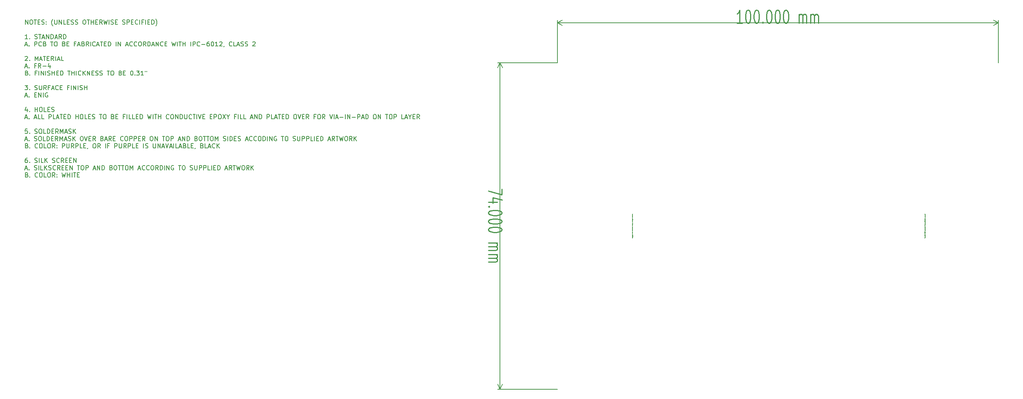
<source format=gbr>
G04 #@! TF.GenerationSoftware,KiCad,Pcbnew,5.1.5-52549c5~84~ubuntu18.04.1*
G04 #@! TF.CreationDate,2020-03-10T09:38:12-07:00*
G04 #@! TF.ProjectId,PD_ElectrodeBoard_v4,50445f45-6c65-4637-9472-6f6465426f61,4*
G04 #@! TF.SameCoordinates,Original*
G04 #@! TF.FileFunction,Other,Comment*
%FSLAX46Y46*%
G04 Gerber Fmt 4.6, Leading zero omitted, Abs format (unit mm)*
G04 Created by KiCad (PCBNEW 5.1.5-52549c5~84~ubuntu18.04.1) date 2020-03-10 09:38:12*
%MOMM*%
%LPD*%
G04 APERTURE LIST*
%ADD10C,0.150000*%
%ADD11C,0.250000*%
%ADD12C,0.002000*%
G04 APERTURE END LIST*
D10*
X29335595Y-41302380D02*
X29335595Y-40302380D01*
X29907023Y-41302380D01*
X29907023Y-40302380D01*
X30573690Y-40302380D02*
X30764166Y-40302380D01*
X30859404Y-40350000D01*
X30954642Y-40445238D01*
X31002261Y-40635714D01*
X31002261Y-40969047D01*
X30954642Y-41159523D01*
X30859404Y-41254761D01*
X30764166Y-41302380D01*
X30573690Y-41302380D01*
X30478452Y-41254761D01*
X30383214Y-41159523D01*
X30335595Y-40969047D01*
X30335595Y-40635714D01*
X30383214Y-40445238D01*
X30478452Y-40350000D01*
X30573690Y-40302380D01*
X31287976Y-40302380D02*
X31859404Y-40302380D01*
X31573690Y-41302380D02*
X31573690Y-40302380D01*
X32192738Y-40778571D02*
X32526071Y-40778571D01*
X32668928Y-41302380D02*
X32192738Y-41302380D01*
X32192738Y-40302380D01*
X32668928Y-40302380D01*
X33049880Y-41254761D02*
X33192738Y-41302380D01*
X33430833Y-41302380D01*
X33526071Y-41254761D01*
X33573690Y-41207142D01*
X33621309Y-41111904D01*
X33621309Y-41016666D01*
X33573690Y-40921428D01*
X33526071Y-40873809D01*
X33430833Y-40826190D01*
X33240357Y-40778571D01*
X33145119Y-40730952D01*
X33097500Y-40683333D01*
X33049880Y-40588095D01*
X33049880Y-40492857D01*
X33097500Y-40397619D01*
X33145119Y-40350000D01*
X33240357Y-40302380D01*
X33478452Y-40302380D01*
X33621309Y-40350000D01*
X34049880Y-41207142D02*
X34097500Y-41254761D01*
X34049880Y-41302380D01*
X34002261Y-41254761D01*
X34049880Y-41207142D01*
X34049880Y-41302380D01*
X34049880Y-40683333D02*
X34097500Y-40730952D01*
X34049880Y-40778571D01*
X34002261Y-40730952D01*
X34049880Y-40683333D01*
X34049880Y-40778571D01*
X35573690Y-41683333D02*
X35526071Y-41635714D01*
X35430833Y-41492857D01*
X35383214Y-41397619D01*
X35335595Y-41254761D01*
X35287976Y-41016666D01*
X35287976Y-40826190D01*
X35335595Y-40588095D01*
X35383214Y-40445238D01*
X35430833Y-40350000D01*
X35526071Y-40207142D01*
X35573690Y-40159523D01*
X35954642Y-40302380D02*
X35954642Y-41111904D01*
X36002261Y-41207142D01*
X36049880Y-41254761D01*
X36145119Y-41302380D01*
X36335595Y-41302380D01*
X36430833Y-41254761D01*
X36478452Y-41207142D01*
X36526071Y-41111904D01*
X36526071Y-40302380D01*
X37002261Y-41302380D02*
X37002261Y-40302380D01*
X37573690Y-41302380D01*
X37573690Y-40302380D01*
X38526071Y-41302380D02*
X38049880Y-41302380D01*
X38049880Y-40302380D01*
X38859404Y-40778571D02*
X39192738Y-40778571D01*
X39335595Y-41302380D02*
X38859404Y-41302380D01*
X38859404Y-40302380D01*
X39335595Y-40302380D01*
X39716547Y-41254761D02*
X39859404Y-41302380D01*
X40097500Y-41302380D01*
X40192738Y-41254761D01*
X40240357Y-41207142D01*
X40287976Y-41111904D01*
X40287976Y-41016666D01*
X40240357Y-40921428D01*
X40192738Y-40873809D01*
X40097500Y-40826190D01*
X39907023Y-40778571D01*
X39811785Y-40730952D01*
X39764166Y-40683333D01*
X39716547Y-40588095D01*
X39716547Y-40492857D01*
X39764166Y-40397619D01*
X39811785Y-40350000D01*
X39907023Y-40302380D01*
X40145119Y-40302380D01*
X40287976Y-40350000D01*
X40668928Y-41254761D02*
X40811785Y-41302380D01*
X41049880Y-41302380D01*
X41145119Y-41254761D01*
X41192738Y-41207142D01*
X41240357Y-41111904D01*
X41240357Y-41016666D01*
X41192738Y-40921428D01*
X41145119Y-40873809D01*
X41049880Y-40826190D01*
X40859404Y-40778571D01*
X40764166Y-40730952D01*
X40716547Y-40683333D01*
X40668928Y-40588095D01*
X40668928Y-40492857D01*
X40716547Y-40397619D01*
X40764166Y-40350000D01*
X40859404Y-40302380D01*
X41097500Y-40302380D01*
X41240357Y-40350000D01*
X42621309Y-40302380D02*
X42811785Y-40302380D01*
X42907023Y-40350000D01*
X43002261Y-40445238D01*
X43049880Y-40635714D01*
X43049880Y-40969047D01*
X43002261Y-41159523D01*
X42907023Y-41254761D01*
X42811785Y-41302380D01*
X42621309Y-41302380D01*
X42526071Y-41254761D01*
X42430833Y-41159523D01*
X42383214Y-40969047D01*
X42383214Y-40635714D01*
X42430833Y-40445238D01*
X42526071Y-40350000D01*
X42621309Y-40302380D01*
X43335595Y-40302380D02*
X43907023Y-40302380D01*
X43621309Y-41302380D02*
X43621309Y-40302380D01*
X44240357Y-41302380D02*
X44240357Y-40302380D01*
X44240357Y-40778571D02*
X44811785Y-40778571D01*
X44811785Y-41302380D02*
X44811785Y-40302380D01*
X45287976Y-40778571D02*
X45621309Y-40778571D01*
X45764166Y-41302380D02*
X45287976Y-41302380D01*
X45287976Y-40302380D01*
X45764166Y-40302380D01*
X46764166Y-41302380D02*
X46430833Y-40826190D01*
X46192738Y-41302380D02*
X46192738Y-40302380D01*
X46573690Y-40302380D01*
X46668928Y-40350000D01*
X46716547Y-40397619D01*
X46764166Y-40492857D01*
X46764166Y-40635714D01*
X46716547Y-40730952D01*
X46668928Y-40778571D01*
X46573690Y-40826190D01*
X46192738Y-40826190D01*
X47097499Y-40302380D02*
X47335595Y-41302380D01*
X47526071Y-40588095D01*
X47716547Y-41302380D01*
X47954642Y-40302380D01*
X48335595Y-41302380D02*
X48335595Y-40302380D01*
X48764166Y-41254761D02*
X48907023Y-41302380D01*
X49145119Y-41302380D01*
X49240357Y-41254761D01*
X49287976Y-41207142D01*
X49335595Y-41111904D01*
X49335595Y-41016666D01*
X49287976Y-40921428D01*
X49240357Y-40873809D01*
X49145119Y-40826190D01*
X48954642Y-40778571D01*
X48859404Y-40730952D01*
X48811785Y-40683333D01*
X48764166Y-40588095D01*
X48764166Y-40492857D01*
X48811785Y-40397619D01*
X48859404Y-40350000D01*
X48954642Y-40302380D01*
X49192738Y-40302380D01*
X49335595Y-40350000D01*
X49764166Y-40778571D02*
X50097499Y-40778571D01*
X50240357Y-41302380D02*
X49764166Y-41302380D01*
X49764166Y-40302380D01*
X50240357Y-40302380D01*
X51383214Y-41254761D02*
X51526071Y-41302380D01*
X51764166Y-41302380D01*
X51859404Y-41254761D01*
X51907023Y-41207142D01*
X51954642Y-41111904D01*
X51954642Y-41016666D01*
X51907023Y-40921428D01*
X51859404Y-40873809D01*
X51764166Y-40826190D01*
X51573690Y-40778571D01*
X51478452Y-40730952D01*
X51430833Y-40683333D01*
X51383214Y-40588095D01*
X51383214Y-40492857D01*
X51430833Y-40397619D01*
X51478452Y-40350000D01*
X51573690Y-40302380D01*
X51811785Y-40302380D01*
X51954642Y-40350000D01*
X52383214Y-41302380D02*
X52383214Y-40302380D01*
X52764166Y-40302380D01*
X52859404Y-40350000D01*
X52907023Y-40397619D01*
X52954642Y-40492857D01*
X52954642Y-40635714D01*
X52907023Y-40730952D01*
X52859404Y-40778571D01*
X52764166Y-40826190D01*
X52383214Y-40826190D01*
X53383214Y-40778571D02*
X53716547Y-40778571D01*
X53859404Y-41302380D02*
X53383214Y-41302380D01*
X53383214Y-40302380D01*
X53859404Y-40302380D01*
X54859404Y-41207142D02*
X54811785Y-41254761D01*
X54668928Y-41302380D01*
X54573690Y-41302380D01*
X54430833Y-41254761D01*
X54335595Y-41159523D01*
X54287976Y-41064285D01*
X54240357Y-40873809D01*
X54240357Y-40730952D01*
X54287976Y-40540476D01*
X54335595Y-40445238D01*
X54430833Y-40350000D01*
X54573690Y-40302380D01*
X54668928Y-40302380D01*
X54811785Y-40350000D01*
X54859404Y-40397619D01*
X55287976Y-41302380D02*
X55287976Y-40302380D01*
X56097499Y-40778571D02*
X55764166Y-40778571D01*
X55764166Y-41302380D02*
X55764166Y-40302380D01*
X56240357Y-40302380D01*
X56621309Y-41302380D02*
X56621309Y-40302380D01*
X57097499Y-40778571D02*
X57430833Y-40778571D01*
X57573690Y-41302380D02*
X57097499Y-41302380D01*
X57097499Y-40302380D01*
X57573690Y-40302380D01*
X58002261Y-41302380D02*
X58002261Y-40302380D01*
X58240357Y-40302380D01*
X58383214Y-40350000D01*
X58478452Y-40445238D01*
X58526071Y-40540476D01*
X58573690Y-40730952D01*
X58573690Y-40873809D01*
X58526071Y-41064285D01*
X58478452Y-41159523D01*
X58383214Y-41254761D01*
X58240357Y-41302380D01*
X58002261Y-41302380D01*
X58907023Y-41683333D02*
X58954642Y-41635714D01*
X59049880Y-41492857D01*
X59097499Y-41397619D01*
X59145119Y-41254761D01*
X59192738Y-41016666D01*
X59192738Y-40826190D01*
X59145119Y-40588095D01*
X59097499Y-40445238D01*
X59049880Y-40350000D01*
X58954642Y-40207142D01*
X58907023Y-40159523D01*
X29859404Y-44602380D02*
X29287976Y-44602380D01*
X29573690Y-44602380D02*
X29573690Y-43602380D01*
X29478452Y-43745238D01*
X29383214Y-43840476D01*
X29287976Y-43888095D01*
X30287976Y-44507142D02*
X30335595Y-44554761D01*
X30287976Y-44602380D01*
X30240357Y-44554761D01*
X30287976Y-44507142D01*
X30287976Y-44602380D01*
X31478452Y-44554761D02*
X31621309Y-44602380D01*
X31859404Y-44602380D01*
X31954642Y-44554761D01*
X32002261Y-44507142D01*
X32049880Y-44411904D01*
X32049880Y-44316666D01*
X32002261Y-44221428D01*
X31954642Y-44173809D01*
X31859404Y-44126190D01*
X31668928Y-44078571D01*
X31573690Y-44030952D01*
X31526071Y-43983333D01*
X31478452Y-43888095D01*
X31478452Y-43792857D01*
X31526071Y-43697619D01*
X31573690Y-43650000D01*
X31668928Y-43602380D01*
X31907023Y-43602380D01*
X32049880Y-43650000D01*
X32335595Y-43602380D02*
X32907023Y-43602380D01*
X32621309Y-44602380D02*
X32621309Y-43602380D01*
X33192738Y-44316666D02*
X33668928Y-44316666D01*
X33097500Y-44602380D02*
X33430833Y-43602380D01*
X33764166Y-44602380D01*
X34097500Y-44602380D02*
X34097500Y-43602380D01*
X34668928Y-44602380D01*
X34668928Y-43602380D01*
X35145119Y-44602380D02*
X35145119Y-43602380D01*
X35383214Y-43602380D01*
X35526071Y-43650000D01*
X35621309Y-43745238D01*
X35668928Y-43840476D01*
X35716547Y-44030952D01*
X35716547Y-44173809D01*
X35668928Y-44364285D01*
X35621309Y-44459523D01*
X35526071Y-44554761D01*
X35383214Y-44602380D01*
X35145119Y-44602380D01*
X36097500Y-44316666D02*
X36573690Y-44316666D01*
X36002261Y-44602380D02*
X36335595Y-43602380D01*
X36668928Y-44602380D01*
X37573690Y-44602380D02*
X37240357Y-44126190D01*
X37002261Y-44602380D02*
X37002261Y-43602380D01*
X37383214Y-43602380D01*
X37478452Y-43650000D01*
X37526071Y-43697619D01*
X37573690Y-43792857D01*
X37573690Y-43935714D01*
X37526071Y-44030952D01*
X37478452Y-44078571D01*
X37383214Y-44126190D01*
X37002261Y-44126190D01*
X38002261Y-44602380D02*
X38002261Y-43602380D01*
X38240357Y-43602380D01*
X38383214Y-43650000D01*
X38478452Y-43745238D01*
X38526071Y-43840476D01*
X38573690Y-44030952D01*
X38573690Y-44173809D01*
X38526071Y-44364285D01*
X38478452Y-44459523D01*
X38383214Y-44554761D01*
X38240357Y-44602380D01*
X38002261Y-44602380D01*
X29287976Y-45966666D02*
X29764166Y-45966666D01*
X29192738Y-46252380D02*
X29526071Y-45252380D01*
X29859404Y-46252380D01*
X30192738Y-46157142D02*
X30240357Y-46204761D01*
X30192738Y-46252380D01*
X30145119Y-46204761D01*
X30192738Y-46157142D01*
X30192738Y-46252380D01*
X31430833Y-46252380D02*
X31430833Y-45252380D01*
X31811785Y-45252380D01*
X31907023Y-45300000D01*
X31954642Y-45347619D01*
X32002261Y-45442857D01*
X32002261Y-45585714D01*
X31954642Y-45680952D01*
X31907023Y-45728571D01*
X31811785Y-45776190D01*
X31430833Y-45776190D01*
X33002261Y-46157142D02*
X32954642Y-46204761D01*
X32811785Y-46252380D01*
X32716547Y-46252380D01*
X32573690Y-46204761D01*
X32478452Y-46109523D01*
X32430833Y-46014285D01*
X32383214Y-45823809D01*
X32383214Y-45680952D01*
X32430833Y-45490476D01*
X32478452Y-45395238D01*
X32573690Y-45300000D01*
X32716547Y-45252380D01*
X32811785Y-45252380D01*
X32954642Y-45300000D01*
X33002261Y-45347619D01*
X33764166Y-45728571D02*
X33907023Y-45776190D01*
X33954642Y-45823809D01*
X34002261Y-45919047D01*
X34002261Y-46061904D01*
X33954642Y-46157142D01*
X33907023Y-46204761D01*
X33811785Y-46252380D01*
X33430833Y-46252380D01*
X33430833Y-45252380D01*
X33764166Y-45252380D01*
X33859404Y-45300000D01*
X33907023Y-45347619D01*
X33954642Y-45442857D01*
X33954642Y-45538095D01*
X33907023Y-45633333D01*
X33859404Y-45680952D01*
X33764166Y-45728571D01*
X33430833Y-45728571D01*
X35049880Y-45252380D02*
X35621309Y-45252380D01*
X35335595Y-46252380D02*
X35335595Y-45252380D01*
X36145119Y-45252380D02*
X36335595Y-45252380D01*
X36430833Y-45300000D01*
X36526071Y-45395238D01*
X36573690Y-45585714D01*
X36573690Y-45919047D01*
X36526071Y-46109523D01*
X36430833Y-46204761D01*
X36335595Y-46252380D01*
X36145119Y-46252380D01*
X36049880Y-46204761D01*
X35954642Y-46109523D01*
X35907023Y-45919047D01*
X35907023Y-45585714D01*
X35954642Y-45395238D01*
X36049880Y-45300000D01*
X36145119Y-45252380D01*
X38097500Y-45728571D02*
X38240357Y-45776190D01*
X38287976Y-45823809D01*
X38335595Y-45919047D01*
X38335595Y-46061904D01*
X38287976Y-46157142D01*
X38240357Y-46204761D01*
X38145119Y-46252380D01*
X37764166Y-46252380D01*
X37764166Y-45252380D01*
X38097500Y-45252380D01*
X38192738Y-45300000D01*
X38240357Y-45347619D01*
X38287976Y-45442857D01*
X38287976Y-45538095D01*
X38240357Y-45633333D01*
X38192738Y-45680952D01*
X38097500Y-45728571D01*
X37764166Y-45728571D01*
X38764166Y-45728571D02*
X39097500Y-45728571D01*
X39240357Y-46252380D02*
X38764166Y-46252380D01*
X38764166Y-45252380D01*
X39240357Y-45252380D01*
X40764166Y-45728571D02*
X40430833Y-45728571D01*
X40430833Y-46252380D02*
X40430833Y-45252380D01*
X40907023Y-45252380D01*
X41240357Y-45966666D02*
X41716547Y-45966666D01*
X41145119Y-46252380D02*
X41478452Y-45252380D01*
X41811785Y-46252380D01*
X42478452Y-45728571D02*
X42621309Y-45776190D01*
X42668928Y-45823809D01*
X42716547Y-45919047D01*
X42716547Y-46061904D01*
X42668928Y-46157142D01*
X42621309Y-46204761D01*
X42526071Y-46252380D01*
X42145119Y-46252380D01*
X42145119Y-45252380D01*
X42478452Y-45252380D01*
X42573690Y-45300000D01*
X42621309Y-45347619D01*
X42668928Y-45442857D01*
X42668928Y-45538095D01*
X42621309Y-45633333D01*
X42573690Y-45680952D01*
X42478452Y-45728571D01*
X42145119Y-45728571D01*
X43716547Y-46252380D02*
X43383214Y-45776190D01*
X43145119Y-46252380D02*
X43145119Y-45252380D01*
X43526071Y-45252380D01*
X43621309Y-45300000D01*
X43668928Y-45347619D01*
X43716547Y-45442857D01*
X43716547Y-45585714D01*
X43668928Y-45680952D01*
X43621309Y-45728571D01*
X43526071Y-45776190D01*
X43145119Y-45776190D01*
X44145119Y-46252380D02*
X44145119Y-45252380D01*
X45192738Y-46157142D02*
X45145119Y-46204761D01*
X45002261Y-46252380D01*
X44907023Y-46252380D01*
X44764166Y-46204761D01*
X44668928Y-46109523D01*
X44621309Y-46014285D01*
X44573690Y-45823809D01*
X44573690Y-45680952D01*
X44621309Y-45490476D01*
X44668928Y-45395238D01*
X44764166Y-45300000D01*
X44907023Y-45252380D01*
X45002261Y-45252380D01*
X45145119Y-45300000D01*
X45192738Y-45347619D01*
X45573690Y-45966666D02*
X46049880Y-45966666D01*
X45478452Y-46252380D02*
X45811785Y-45252380D01*
X46145119Y-46252380D01*
X46335595Y-45252380D02*
X46907023Y-45252380D01*
X46621309Y-46252380D02*
X46621309Y-45252380D01*
X47240357Y-45728571D02*
X47573690Y-45728571D01*
X47716547Y-46252380D02*
X47240357Y-46252380D01*
X47240357Y-45252380D01*
X47716547Y-45252380D01*
X48145119Y-46252380D02*
X48145119Y-45252380D01*
X48383214Y-45252380D01*
X48526071Y-45300000D01*
X48621309Y-45395238D01*
X48668928Y-45490476D01*
X48716547Y-45680952D01*
X48716547Y-45823809D01*
X48668928Y-46014285D01*
X48621309Y-46109523D01*
X48526071Y-46204761D01*
X48383214Y-46252380D01*
X48145119Y-46252380D01*
X49907023Y-46252380D02*
X49907023Y-45252380D01*
X50383214Y-46252380D02*
X50383214Y-45252380D01*
X50954642Y-46252380D01*
X50954642Y-45252380D01*
X52145119Y-45966666D02*
X52621309Y-45966666D01*
X52049880Y-46252380D02*
X52383214Y-45252380D01*
X52716547Y-46252380D01*
X53621309Y-46157142D02*
X53573690Y-46204761D01*
X53430833Y-46252380D01*
X53335595Y-46252380D01*
X53192738Y-46204761D01*
X53097500Y-46109523D01*
X53049880Y-46014285D01*
X53002261Y-45823809D01*
X53002261Y-45680952D01*
X53049880Y-45490476D01*
X53097500Y-45395238D01*
X53192738Y-45300000D01*
X53335595Y-45252380D01*
X53430833Y-45252380D01*
X53573690Y-45300000D01*
X53621309Y-45347619D01*
X54621309Y-46157142D02*
X54573690Y-46204761D01*
X54430833Y-46252380D01*
X54335595Y-46252380D01*
X54192738Y-46204761D01*
X54097500Y-46109523D01*
X54049880Y-46014285D01*
X54002261Y-45823809D01*
X54002261Y-45680952D01*
X54049880Y-45490476D01*
X54097500Y-45395238D01*
X54192738Y-45300000D01*
X54335595Y-45252380D01*
X54430833Y-45252380D01*
X54573690Y-45300000D01*
X54621309Y-45347619D01*
X55240357Y-45252380D02*
X55430833Y-45252380D01*
X55526071Y-45300000D01*
X55621309Y-45395238D01*
X55668928Y-45585714D01*
X55668928Y-45919047D01*
X55621309Y-46109523D01*
X55526071Y-46204761D01*
X55430833Y-46252380D01*
X55240357Y-46252380D01*
X55145119Y-46204761D01*
X55049880Y-46109523D01*
X55002261Y-45919047D01*
X55002261Y-45585714D01*
X55049880Y-45395238D01*
X55145119Y-45300000D01*
X55240357Y-45252380D01*
X56668928Y-46252380D02*
X56335595Y-45776190D01*
X56097500Y-46252380D02*
X56097500Y-45252380D01*
X56478452Y-45252380D01*
X56573690Y-45300000D01*
X56621309Y-45347619D01*
X56668928Y-45442857D01*
X56668928Y-45585714D01*
X56621309Y-45680952D01*
X56573690Y-45728571D01*
X56478452Y-45776190D01*
X56097500Y-45776190D01*
X57097500Y-46252380D02*
X57097500Y-45252380D01*
X57335595Y-45252380D01*
X57478452Y-45300000D01*
X57573690Y-45395238D01*
X57621309Y-45490476D01*
X57668928Y-45680952D01*
X57668928Y-45823809D01*
X57621309Y-46014285D01*
X57573690Y-46109523D01*
X57478452Y-46204761D01*
X57335595Y-46252380D01*
X57097500Y-46252380D01*
X58049880Y-45966666D02*
X58526071Y-45966666D01*
X57954642Y-46252380D02*
X58287976Y-45252380D01*
X58621309Y-46252380D01*
X58954642Y-46252380D02*
X58954642Y-45252380D01*
X59526071Y-46252380D01*
X59526071Y-45252380D01*
X60573690Y-46157142D02*
X60526071Y-46204761D01*
X60383214Y-46252380D01*
X60287976Y-46252380D01*
X60145119Y-46204761D01*
X60049880Y-46109523D01*
X60002261Y-46014285D01*
X59954642Y-45823809D01*
X59954642Y-45680952D01*
X60002261Y-45490476D01*
X60049880Y-45395238D01*
X60145119Y-45300000D01*
X60287976Y-45252380D01*
X60383214Y-45252380D01*
X60526071Y-45300000D01*
X60573690Y-45347619D01*
X61002261Y-45728571D02*
X61335595Y-45728571D01*
X61478452Y-46252380D02*
X61002261Y-46252380D01*
X61002261Y-45252380D01*
X61478452Y-45252380D01*
X62573690Y-45252380D02*
X62811785Y-46252380D01*
X63002261Y-45538095D01*
X63192738Y-46252380D01*
X63430833Y-45252380D01*
X63811785Y-46252380D02*
X63811785Y-45252380D01*
X64145119Y-45252380D02*
X64716547Y-45252380D01*
X64430833Y-46252380D02*
X64430833Y-45252380D01*
X65049880Y-46252380D02*
X65049880Y-45252380D01*
X65049880Y-45728571D02*
X65621309Y-45728571D01*
X65621309Y-46252380D02*
X65621309Y-45252380D01*
X66859404Y-46252380D02*
X66859404Y-45252380D01*
X67335595Y-46252380D02*
X67335595Y-45252380D01*
X67716547Y-45252380D01*
X67811785Y-45300000D01*
X67859404Y-45347619D01*
X67907023Y-45442857D01*
X67907023Y-45585714D01*
X67859404Y-45680952D01*
X67811785Y-45728571D01*
X67716547Y-45776190D01*
X67335595Y-45776190D01*
X68907023Y-46157142D02*
X68859404Y-46204761D01*
X68716547Y-46252380D01*
X68621309Y-46252380D01*
X68478452Y-46204761D01*
X68383214Y-46109523D01*
X68335595Y-46014285D01*
X68287976Y-45823809D01*
X68287976Y-45680952D01*
X68335595Y-45490476D01*
X68383214Y-45395238D01*
X68478452Y-45300000D01*
X68621309Y-45252380D01*
X68716547Y-45252380D01*
X68859404Y-45300000D01*
X68907023Y-45347619D01*
X69335595Y-45871428D02*
X70097500Y-45871428D01*
X71002261Y-45252380D02*
X70811785Y-45252380D01*
X70716547Y-45300000D01*
X70668928Y-45347619D01*
X70573690Y-45490476D01*
X70526071Y-45680952D01*
X70526071Y-46061904D01*
X70573690Y-46157142D01*
X70621309Y-46204761D01*
X70716547Y-46252380D01*
X70907023Y-46252380D01*
X71002261Y-46204761D01*
X71049880Y-46157142D01*
X71097500Y-46061904D01*
X71097500Y-45823809D01*
X71049880Y-45728571D01*
X71002261Y-45680952D01*
X70907023Y-45633333D01*
X70716547Y-45633333D01*
X70621309Y-45680952D01*
X70573690Y-45728571D01*
X70526071Y-45823809D01*
X71716547Y-45252380D02*
X71811785Y-45252380D01*
X71907023Y-45300000D01*
X71954642Y-45347619D01*
X72002261Y-45442857D01*
X72049880Y-45633333D01*
X72049880Y-45871428D01*
X72002261Y-46061904D01*
X71954642Y-46157142D01*
X71907023Y-46204761D01*
X71811785Y-46252380D01*
X71716547Y-46252380D01*
X71621309Y-46204761D01*
X71573690Y-46157142D01*
X71526071Y-46061904D01*
X71478452Y-45871428D01*
X71478452Y-45633333D01*
X71526071Y-45442857D01*
X71573690Y-45347619D01*
X71621309Y-45300000D01*
X71716547Y-45252380D01*
X73002261Y-46252380D02*
X72430833Y-46252380D01*
X72716547Y-46252380D02*
X72716547Y-45252380D01*
X72621309Y-45395238D01*
X72526071Y-45490476D01*
X72430833Y-45538095D01*
X73383214Y-45347619D02*
X73430833Y-45300000D01*
X73526071Y-45252380D01*
X73764166Y-45252380D01*
X73859404Y-45300000D01*
X73907023Y-45347619D01*
X73954642Y-45442857D01*
X73954642Y-45538095D01*
X73907023Y-45680952D01*
X73335595Y-46252380D01*
X73954642Y-46252380D01*
X74430833Y-46204761D02*
X74430833Y-46252380D01*
X74383214Y-46347619D01*
X74335595Y-46395238D01*
X76192738Y-46157142D02*
X76145119Y-46204761D01*
X76002261Y-46252380D01*
X75907023Y-46252380D01*
X75764166Y-46204761D01*
X75668928Y-46109523D01*
X75621309Y-46014285D01*
X75573690Y-45823809D01*
X75573690Y-45680952D01*
X75621309Y-45490476D01*
X75668928Y-45395238D01*
X75764166Y-45300000D01*
X75907023Y-45252380D01*
X76002261Y-45252380D01*
X76145119Y-45300000D01*
X76192738Y-45347619D01*
X77097500Y-46252380D02*
X76621309Y-46252380D01*
X76621309Y-45252380D01*
X77383214Y-45966666D02*
X77859404Y-45966666D01*
X77287976Y-46252380D02*
X77621309Y-45252380D01*
X77954642Y-46252380D01*
X78240357Y-46204761D02*
X78383214Y-46252380D01*
X78621309Y-46252380D01*
X78716547Y-46204761D01*
X78764166Y-46157142D01*
X78811785Y-46061904D01*
X78811785Y-45966666D01*
X78764166Y-45871428D01*
X78716547Y-45823809D01*
X78621309Y-45776190D01*
X78430833Y-45728571D01*
X78335595Y-45680952D01*
X78287976Y-45633333D01*
X78240357Y-45538095D01*
X78240357Y-45442857D01*
X78287976Y-45347619D01*
X78335595Y-45300000D01*
X78430833Y-45252380D01*
X78668928Y-45252380D01*
X78811785Y-45300000D01*
X79192738Y-46204761D02*
X79335595Y-46252380D01*
X79573690Y-46252380D01*
X79668928Y-46204761D01*
X79716547Y-46157142D01*
X79764166Y-46061904D01*
X79764166Y-45966666D01*
X79716547Y-45871428D01*
X79668928Y-45823809D01*
X79573690Y-45776190D01*
X79383214Y-45728571D01*
X79287976Y-45680952D01*
X79240357Y-45633333D01*
X79192738Y-45538095D01*
X79192738Y-45442857D01*
X79240357Y-45347619D01*
X79287976Y-45300000D01*
X79383214Y-45252380D01*
X79621309Y-45252380D01*
X79764166Y-45300000D01*
X80907023Y-45347619D02*
X80954642Y-45300000D01*
X81049880Y-45252380D01*
X81287976Y-45252380D01*
X81383214Y-45300000D01*
X81430833Y-45347619D01*
X81478452Y-45442857D01*
X81478452Y-45538095D01*
X81430833Y-45680952D01*
X80859404Y-46252380D01*
X81478452Y-46252380D01*
X29287976Y-48647619D02*
X29335595Y-48600000D01*
X29430833Y-48552380D01*
X29668928Y-48552380D01*
X29764166Y-48600000D01*
X29811785Y-48647619D01*
X29859404Y-48742857D01*
X29859404Y-48838095D01*
X29811785Y-48980952D01*
X29240357Y-49552380D01*
X29859404Y-49552380D01*
X30287976Y-49457142D02*
X30335595Y-49504761D01*
X30287976Y-49552380D01*
X30240357Y-49504761D01*
X30287976Y-49457142D01*
X30287976Y-49552380D01*
X31526071Y-49552380D02*
X31526071Y-48552380D01*
X31859404Y-49266666D01*
X32192738Y-48552380D01*
X32192738Y-49552380D01*
X32621309Y-49266666D02*
X33097500Y-49266666D01*
X32526071Y-49552380D02*
X32859404Y-48552380D01*
X33192738Y-49552380D01*
X33383214Y-48552380D02*
X33954642Y-48552380D01*
X33668928Y-49552380D02*
X33668928Y-48552380D01*
X34287976Y-49028571D02*
X34621309Y-49028571D01*
X34764166Y-49552380D02*
X34287976Y-49552380D01*
X34287976Y-48552380D01*
X34764166Y-48552380D01*
X35764166Y-49552380D02*
X35430833Y-49076190D01*
X35192738Y-49552380D02*
X35192738Y-48552380D01*
X35573690Y-48552380D01*
X35668928Y-48600000D01*
X35716547Y-48647619D01*
X35764166Y-48742857D01*
X35764166Y-48885714D01*
X35716547Y-48980952D01*
X35668928Y-49028571D01*
X35573690Y-49076190D01*
X35192738Y-49076190D01*
X36192738Y-49552380D02*
X36192738Y-48552380D01*
X36621309Y-49266666D02*
X37097500Y-49266666D01*
X36526071Y-49552380D02*
X36859404Y-48552380D01*
X37192738Y-49552380D01*
X38002261Y-49552380D02*
X37526071Y-49552380D01*
X37526071Y-48552380D01*
X29287976Y-50916666D02*
X29764166Y-50916666D01*
X29192738Y-51202380D02*
X29526071Y-50202380D01*
X29859404Y-51202380D01*
X30192738Y-51107142D02*
X30240357Y-51154761D01*
X30192738Y-51202380D01*
X30145119Y-51154761D01*
X30192738Y-51107142D01*
X30192738Y-51202380D01*
X31764166Y-50678571D02*
X31430833Y-50678571D01*
X31430833Y-51202380D02*
X31430833Y-50202380D01*
X31907023Y-50202380D01*
X32859404Y-51202380D02*
X32526071Y-50726190D01*
X32287976Y-51202380D02*
X32287976Y-50202380D01*
X32668928Y-50202380D01*
X32764166Y-50250000D01*
X32811785Y-50297619D01*
X32859404Y-50392857D01*
X32859404Y-50535714D01*
X32811785Y-50630952D01*
X32764166Y-50678571D01*
X32668928Y-50726190D01*
X32287976Y-50726190D01*
X33287976Y-50821428D02*
X34049880Y-50821428D01*
X34954642Y-50535714D02*
X34954642Y-51202380D01*
X34716547Y-50154761D02*
X34478452Y-50869047D01*
X35097500Y-50869047D01*
X29668928Y-52328571D02*
X29811785Y-52376190D01*
X29859404Y-52423809D01*
X29907023Y-52519047D01*
X29907023Y-52661904D01*
X29859404Y-52757142D01*
X29811785Y-52804761D01*
X29716547Y-52852380D01*
X29335595Y-52852380D01*
X29335595Y-51852380D01*
X29668928Y-51852380D01*
X29764166Y-51900000D01*
X29811785Y-51947619D01*
X29859404Y-52042857D01*
X29859404Y-52138095D01*
X29811785Y-52233333D01*
X29764166Y-52280952D01*
X29668928Y-52328571D01*
X29335595Y-52328571D01*
X30335595Y-52757142D02*
X30383214Y-52804761D01*
X30335595Y-52852380D01*
X30287976Y-52804761D01*
X30335595Y-52757142D01*
X30335595Y-52852380D01*
X31907023Y-52328571D02*
X31573690Y-52328571D01*
X31573690Y-52852380D02*
X31573690Y-51852380D01*
X32049880Y-51852380D01*
X32430833Y-52852380D02*
X32430833Y-51852380D01*
X32907023Y-52852380D02*
X32907023Y-51852380D01*
X33478452Y-52852380D01*
X33478452Y-51852380D01*
X33954642Y-52852380D02*
X33954642Y-51852380D01*
X34383214Y-52804761D02*
X34526071Y-52852380D01*
X34764166Y-52852380D01*
X34859404Y-52804761D01*
X34907023Y-52757142D01*
X34954642Y-52661904D01*
X34954642Y-52566666D01*
X34907023Y-52471428D01*
X34859404Y-52423809D01*
X34764166Y-52376190D01*
X34573690Y-52328571D01*
X34478452Y-52280952D01*
X34430833Y-52233333D01*
X34383214Y-52138095D01*
X34383214Y-52042857D01*
X34430833Y-51947619D01*
X34478452Y-51900000D01*
X34573690Y-51852380D01*
X34811785Y-51852380D01*
X34954642Y-51900000D01*
X35383214Y-52852380D02*
X35383214Y-51852380D01*
X35383214Y-52328571D02*
X35954642Y-52328571D01*
X35954642Y-52852380D02*
X35954642Y-51852380D01*
X36430833Y-52328571D02*
X36764166Y-52328571D01*
X36907023Y-52852380D02*
X36430833Y-52852380D01*
X36430833Y-51852380D01*
X36907023Y-51852380D01*
X37335595Y-52852380D02*
X37335595Y-51852380D01*
X37573690Y-51852380D01*
X37716547Y-51900000D01*
X37811785Y-51995238D01*
X37859404Y-52090476D01*
X37907023Y-52280952D01*
X37907023Y-52423809D01*
X37859404Y-52614285D01*
X37811785Y-52709523D01*
X37716547Y-52804761D01*
X37573690Y-52852380D01*
X37335595Y-52852380D01*
X38954642Y-51852380D02*
X39526071Y-51852380D01*
X39240357Y-52852380D02*
X39240357Y-51852380D01*
X39859404Y-52852380D02*
X39859404Y-51852380D01*
X39859404Y-52328571D02*
X40430833Y-52328571D01*
X40430833Y-52852380D02*
X40430833Y-51852380D01*
X40907023Y-52852380D02*
X40907023Y-51852380D01*
X41954642Y-52757142D02*
X41907023Y-52804761D01*
X41764166Y-52852380D01*
X41668928Y-52852380D01*
X41526071Y-52804761D01*
X41430833Y-52709523D01*
X41383214Y-52614285D01*
X41335595Y-52423809D01*
X41335595Y-52280952D01*
X41383214Y-52090476D01*
X41430833Y-51995238D01*
X41526071Y-51900000D01*
X41668928Y-51852380D01*
X41764166Y-51852380D01*
X41907023Y-51900000D01*
X41954642Y-51947619D01*
X42383214Y-52852380D02*
X42383214Y-51852380D01*
X42954642Y-52852380D02*
X42526071Y-52280952D01*
X42954642Y-51852380D02*
X42383214Y-52423809D01*
X43383214Y-52852380D02*
X43383214Y-51852380D01*
X43954642Y-52852380D01*
X43954642Y-51852380D01*
X44430833Y-52328571D02*
X44764166Y-52328571D01*
X44907023Y-52852380D02*
X44430833Y-52852380D01*
X44430833Y-51852380D01*
X44907023Y-51852380D01*
X45287976Y-52804761D02*
X45430833Y-52852380D01*
X45668928Y-52852380D01*
X45764166Y-52804761D01*
X45811785Y-52757142D01*
X45859404Y-52661904D01*
X45859404Y-52566666D01*
X45811785Y-52471428D01*
X45764166Y-52423809D01*
X45668928Y-52376190D01*
X45478452Y-52328571D01*
X45383214Y-52280952D01*
X45335595Y-52233333D01*
X45287976Y-52138095D01*
X45287976Y-52042857D01*
X45335595Y-51947619D01*
X45383214Y-51900000D01*
X45478452Y-51852380D01*
X45716547Y-51852380D01*
X45859404Y-51900000D01*
X46240357Y-52804761D02*
X46383214Y-52852380D01*
X46621309Y-52852380D01*
X46716547Y-52804761D01*
X46764166Y-52757142D01*
X46811785Y-52661904D01*
X46811785Y-52566666D01*
X46764166Y-52471428D01*
X46716547Y-52423809D01*
X46621309Y-52376190D01*
X46430833Y-52328571D01*
X46335595Y-52280952D01*
X46287976Y-52233333D01*
X46240357Y-52138095D01*
X46240357Y-52042857D01*
X46287976Y-51947619D01*
X46335595Y-51900000D01*
X46430833Y-51852380D01*
X46668928Y-51852380D01*
X46811785Y-51900000D01*
X47859404Y-51852380D02*
X48430833Y-51852380D01*
X48145119Y-52852380D02*
X48145119Y-51852380D01*
X48954642Y-51852380D02*
X49145119Y-51852380D01*
X49240357Y-51900000D01*
X49335595Y-51995238D01*
X49383214Y-52185714D01*
X49383214Y-52519047D01*
X49335595Y-52709523D01*
X49240357Y-52804761D01*
X49145119Y-52852380D01*
X48954642Y-52852380D01*
X48859404Y-52804761D01*
X48764166Y-52709523D01*
X48716547Y-52519047D01*
X48716547Y-52185714D01*
X48764166Y-51995238D01*
X48859404Y-51900000D01*
X48954642Y-51852380D01*
X50907023Y-52328571D02*
X51049880Y-52376190D01*
X51097499Y-52423809D01*
X51145119Y-52519047D01*
X51145119Y-52661904D01*
X51097499Y-52757142D01*
X51049880Y-52804761D01*
X50954642Y-52852380D01*
X50573690Y-52852380D01*
X50573690Y-51852380D01*
X50907023Y-51852380D01*
X51002261Y-51900000D01*
X51049880Y-51947619D01*
X51097499Y-52042857D01*
X51097499Y-52138095D01*
X51049880Y-52233333D01*
X51002261Y-52280952D01*
X50907023Y-52328571D01*
X50573690Y-52328571D01*
X51573690Y-52328571D02*
X51907023Y-52328571D01*
X52049880Y-52852380D02*
X51573690Y-52852380D01*
X51573690Y-51852380D01*
X52049880Y-51852380D01*
X53430833Y-51852380D02*
X53526071Y-51852380D01*
X53621309Y-51900000D01*
X53668928Y-51947619D01*
X53716547Y-52042857D01*
X53764166Y-52233333D01*
X53764166Y-52471428D01*
X53716547Y-52661904D01*
X53668928Y-52757142D01*
X53621309Y-52804761D01*
X53526071Y-52852380D01*
X53430833Y-52852380D01*
X53335595Y-52804761D01*
X53287976Y-52757142D01*
X53240357Y-52661904D01*
X53192738Y-52471428D01*
X53192738Y-52233333D01*
X53240357Y-52042857D01*
X53287976Y-51947619D01*
X53335595Y-51900000D01*
X53430833Y-51852380D01*
X54192738Y-52757142D02*
X54240357Y-52804761D01*
X54192738Y-52852380D01*
X54145119Y-52804761D01*
X54192738Y-52757142D01*
X54192738Y-52852380D01*
X54573690Y-51852380D02*
X55192738Y-51852380D01*
X54859404Y-52233333D01*
X55002261Y-52233333D01*
X55097499Y-52280952D01*
X55145119Y-52328571D01*
X55192738Y-52423809D01*
X55192738Y-52661904D01*
X55145119Y-52757142D01*
X55097499Y-52804761D01*
X55002261Y-52852380D01*
X54716547Y-52852380D01*
X54621309Y-52804761D01*
X54573690Y-52757142D01*
X56145119Y-52852380D02*
X55573690Y-52852380D01*
X55859404Y-52852380D02*
X55859404Y-51852380D01*
X55764166Y-51995238D01*
X55668928Y-52090476D01*
X55573690Y-52138095D01*
X56526071Y-51852380D02*
X56526071Y-52042857D01*
X56907023Y-51852380D02*
X56907023Y-52042857D01*
X29240357Y-55152380D02*
X29859404Y-55152380D01*
X29526071Y-55533333D01*
X29668928Y-55533333D01*
X29764166Y-55580952D01*
X29811785Y-55628571D01*
X29859404Y-55723809D01*
X29859404Y-55961904D01*
X29811785Y-56057142D01*
X29764166Y-56104761D01*
X29668928Y-56152380D01*
X29383214Y-56152380D01*
X29287976Y-56104761D01*
X29240357Y-56057142D01*
X30287976Y-56057142D02*
X30335595Y-56104761D01*
X30287976Y-56152380D01*
X30240357Y-56104761D01*
X30287976Y-56057142D01*
X30287976Y-56152380D01*
X31478452Y-56104761D02*
X31621309Y-56152380D01*
X31859404Y-56152380D01*
X31954642Y-56104761D01*
X32002261Y-56057142D01*
X32049880Y-55961904D01*
X32049880Y-55866666D01*
X32002261Y-55771428D01*
X31954642Y-55723809D01*
X31859404Y-55676190D01*
X31668928Y-55628571D01*
X31573690Y-55580952D01*
X31526071Y-55533333D01*
X31478452Y-55438095D01*
X31478452Y-55342857D01*
X31526071Y-55247619D01*
X31573690Y-55200000D01*
X31668928Y-55152380D01*
X31907023Y-55152380D01*
X32049880Y-55200000D01*
X32478452Y-55152380D02*
X32478452Y-55961904D01*
X32526071Y-56057142D01*
X32573690Y-56104761D01*
X32668928Y-56152380D01*
X32859404Y-56152380D01*
X32954642Y-56104761D01*
X33002261Y-56057142D01*
X33049880Y-55961904D01*
X33049880Y-55152380D01*
X34097500Y-56152380D02*
X33764166Y-55676190D01*
X33526071Y-56152380D02*
X33526071Y-55152380D01*
X33907023Y-55152380D01*
X34002261Y-55200000D01*
X34049880Y-55247619D01*
X34097500Y-55342857D01*
X34097500Y-55485714D01*
X34049880Y-55580952D01*
X34002261Y-55628571D01*
X33907023Y-55676190D01*
X33526071Y-55676190D01*
X34859404Y-55628571D02*
X34526071Y-55628571D01*
X34526071Y-56152380D02*
X34526071Y-55152380D01*
X35002261Y-55152380D01*
X35335595Y-55866666D02*
X35811785Y-55866666D01*
X35240357Y-56152380D02*
X35573690Y-55152380D01*
X35907023Y-56152380D01*
X36811785Y-56057142D02*
X36764166Y-56104761D01*
X36621309Y-56152380D01*
X36526071Y-56152380D01*
X36383214Y-56104761D01*
X36287976Y-56009523D01*
X36240357Y-55914285D01*
X36192738Y-55723809D01*
X36192738Y-55580952D01*
X36240357Y-55390476D01*
X36287976Y-55295238D01*
X36383214Y-55200000D01*
X36526071Y-55152380D01*
X36621309Y-55152380D01*
X36764166Y-55200000D01*
X36811785Y-55247619D01*
X37240357Y-55628571D02*
X37573690Y-55628571D01*
X37716547Y-56152380D02*
X37240357Y-56152380D01*
X37240357Y-55152380D01*
X37716547Y-55152380D01*
X39240357Y-55628571D02*
X38907023Y-55628571D01*
X38907023Y-56152380D02*
X38907023Y-55152380D01*
X39383214Y-55152380D01*
X39764166Y-56152380D02*
X39764166Y-55152380D01*
X40240357Y-56152380D02*
X40240357Y-55152380D01*
X40811785Y-56152380D01*
X40811785Y-55152380D01*
X41287976Y-56152380D02*
X41287976Y-55152380D01*
X41716547Y-56104761D02*
X41859404Y-56152380D01*
X42097500Y-56152380D01*
X42192738Y-56104761D01*
X42240357Y-56057142D01*
X42287976Y-55961904D01*
X42287976Y-55866666D01*
X42240357Y-55771428D01*
X42192738Y-55723809D01*
X42097500Y-55676190D01*
X41907023Y-55628571D01*
X41811785Y-55580952D01*
X41764166Y-55533333D01*
X41716547Y-55438095D01*
X41716547Y-55342857D01*
X41764166Y-55247619D01*
X41811785Y-55200000D01*
X41907023Y-55152380D01*
X42145119Y-55152380D01*
X42287976Y-55200000D01*
X42716547Y-56152380D02*
X42716547Y-55152380D01*
X42716547Y-55628571D02*
X43287976Y-55628571D01*
X43287976Y-56152380D02*
X43287976Y-55152380D01*
X29287976Y-57516666D02*
X29764166Y-57516666D01*
X29192738Y-57802380D02*
X29526071Y-56802380D01*
X29859404Y-57802380D01*
X30192738Y-57707142D02*
X30240357Y-57754761D01*
X30192738Y-57802380D01*
X30145119Y-57754761D01*
X30192738Y-57707142D01*
X30192738Y-57802380D01*
X31430833Y-57278571D02*
X31764166Y-57278571D01*
X31907023Y-57802380D02*
X31430833Y-57802380D01*
X31430833Y-56802380D01*
X31907023Y-56802380D01*
X32335595Y-57802380D02*
X32335595Y-56802380D01*
X32907023Y-57802380D01*
X32907023Y-56802380D01*
X33383214Y-57802380D02*
X33383214Y-56802380D01*
X34383214Y-56850000D02*
X34287976Y-56802380D01*
X34145119Y-56802380D01*
X34002261Y-56850000D01*
X33907023Y-56945238D01*
X33859404Y-57040476D01*
X33811785Y-57230952D01*
X33811785Y-57373809D01*
X33859404Y-57564285D01*
X33907023Y-57659523D01*
X34002261Y-57754761D01*
X34145119Y-57802380D01*
X34240357Y-57802380D01*
X34383214Y-57754761D01*
X34430833Y-57707142D01*
X34430833Y-57373809D01*
X34240357Y-57373809D01*
X29764166Y-60435714D02*
X29764166Y-61102380D01*
X29526071Y-60054761D02*
X29287976Y-60769047D01*
X29907023Y-60769047D01*
X30287976Y-61007142D02*
X30335595Y-61054761D01*
X30287976Y-61102380D01*
X30240357Y-61054761D01*
X30287976Y-61007142D01*
X30287976Y-61102380D01*
X31526071Y-61102380D02*
X31526071Y-60102380D01*
X31526071Y-60578571D02*
X32097500Y-60578571D01*
X32097500Y-61102380D02*
X32097500Y-60102380D01*
X32764166Y-60102380D02*
X32954642Y-60102380D01*
X33049880Y-60150000D01*
X33145119Y-60245238D01*
X33192738Y-60435714D01*
X33192738Y-60769047D01*
X33145119Y-60959523D01*
X33049880Y-61054761D01*
X32954642Y-61102380D01*
X32764166Y-61102380D01*
X32668928Y-61054761D01*
X32573690Y-60959523D01*
X32526071Y-60769047D01*
X32526071Y-60435714D01*
X32573690Y-60245238D01*
X32668928Y-60150000D01*
X32764166Y-60102380D01*
X34097500Y-61102380D02*
X33621309Y-61102380D01*
X33621309Y-60102380D01*
X34430833Y-60578571D02*
X34764166Y-60578571D01*
X34907023Y-61102380D02*
X34430833Y-61102380D01*
X34430833Y-60102380D01*
X34907023Y-60102380D01*
X35287976Y-61054761D02*
X35430833Y-61102380D01*
X35668928Y-61102380D01*
X35764166Y-61054761D01*
X35811785Y-61007142D01*
X35859404Y-60911904D01*
X35859404Y-60816666D01*
X35811785Y-60721428D01*
X35764166Y-60673809D01*
X35668928Y-60626190D01*
X35478452Y-60578571D01*
X35383214Y-60530952D01*
X35335595Y-60483333D01*
X35287976Y-60388095D01*
X35287976Y-60292857D01*
X35335595Y-60197619D01*
X35383214Y-60150000D01*
X35478452Y-60102380D01*
X35716547Y-60102380D01*
X35859404Y-60150000D01*
X29287976Y-62466666D02*
X29764166Y-62466666D01*
X29192738Y-62752380D02*
X29526071Y-61752380D01*
X29859404Y-62752380D01*
X30192738Y-62657142D02*
X30240357Y-62704761D01*
X30192738Y-62752380D01*
X30145119Y-62704761D01*
X30192738Y-62657142D01*
X30192738Y-62752380D01*
X31383214Y-62466666D02*
X31859404Y-62466666D01*
X31287976Y-62752380D02*
X31621309Y-61752380D01*
X31954642Y-62752380D01*
X32764166Y-62752380D02*
X32287976Y-62752380D01*
X32287976Y-61752380D01*
X33573690Y-62752380D02*
X33097500Y-62752380D01*
X33097500Y-61752380D01*
X34668928Y-62752380D02*
X34668928Y-61752380D01*
X35049880Y-61752380D01*
X35145119Y-61800000D01*
X35192738Y-61847619D01*
X35240357Y-61942857D01*
X35240357Y-62085714D01*
X35192738Y-62180952D01*
X35145119Y-62228571D01*
X35049880Y-62276190D01*
X34668928Y-62276190D01*
X36145119Y-62752380D02*
X35668928Y-62752380D01*
X35668928Y-61752380D01*
X36430833Y-62466666D02*
X36907023Y-62466666D01*
X36335595Y-62752380D02*
X36668928Y-61752380D01*
X37002261Y-62752380D01*
X37192738Y-61752380D02*
X37764166Y-61752380D01*
X37478452Y-62752380D02*
X37478452Y-61752380D01*
X38097500Y-62228571D02*
X38430833Y-62228571D01*
X38573690Y-62752380D02*
X38097500Y-62752380D01*
X38097500Y-61752380D01*
X38573690Y-61752380D01*
X39002261Y-62752380D02*
X39002261Y-61752380D01*
X39240357Y-61752380D01*
X39383214Y-61800000D01*
X39478452Y-61895238D01*
X39526071Y-61990476D01*
X39573690Y-62180952D01*
X39573690Y-62323809D01*
X39526071Y-62514285D01*
X39478452Y-62609523D01*
X39383214Y-62704761D01*
X39240357Y-62752380D01*
X39002261Y-62752380D01*
X40764166Y-62752380D02*
X40764166Y-61752380D01*
X40764166Y-62228571D02*
X41335595Y-62228571D01*
X41335595Y-62752380D02*
X41335595Y-61752380D01*
X42002261Y-61752380D02*
X42192738Y-61752380D01*
X42287976Y-61800000D01*
X42383214Y-61895238D01*
X42430833Y-62085714D01*
X42430833Y-62419047D01*
X42383214Y-62609523D01*
X42287976Y-62704761D01*
X42192738Y-62752380D01*
X42002261Y-62752380D01*
X41907023Y-62704761D01*
X41811785Y-62609523D01*
X41764166Y-62419047D01*
X41764166Y-62085714D01*
X41811785Y-61895238D01*
X41907023Y-61800000D01*
X42002261Y-61752380D01*
X43335595Y-62752380D02*
X42859404Y-62752380D01*
X42859404Y-61752380D01*
X43668928Y-62228571D02*
X44002261Y-62228571D01*
X44145119Y-62752380D02*
X43668928Y-62752380D01*
X43668928Y-61752380D01*
X44145119Y-61752380D01*
X44526071Y-62704761D02*
X44668928Y-62752380D01*
X44907023Y-62752380D01*
X45002261Y-62704761D01*
X45049880Y-62657142D01*
X45097500Y-62561904D01*
X45097500Y-62466666D01*
X45049880Y-62371428D01*
X45002261Y-62323809D01*
X44907023Y-62276190D01*
X44716547Y-62228571D01*
X44621309Y-62180952D01*
X44573690Y-62133333D01*
X44526071Y-62038095D01*
X44526071Y-61942857D01*
X44573690Y-61847619D01*
X44621309Y-61800000D01*
X44716547Y-61752380D01*
X44954642Y-61752380D01*
X45097500Y-61800000D01*
X46145119Y-61752380D02*
X46716547Y-61752380D01*
X46430833Y-62752380D02*
X46430833Y-61752380D01*
X47240357Y-61752380D02*
X47430833Y-61752380D01*
X47526071Y-61800000D01*
X47621309Y-61895238D01*
X47668928Y-62085714D01*
X47668928Y-62419047D01*
X47621309Y-62609523D01*
X47526071Y-62704761D01*
X47430833Y-62752380D01*
X47240357Y-62752380D01*
X47145119Y-62704761D01*
X47049880Y-62609523D01*
X47002261Y-62419047D01*
X47002261Y-62085714D01*
X47049880Y-61895238D01*
X47145119Y-61800000D01*
X47240357Y-61752380D01*
X49192738Y-62228571D02*
X49335595Y-62276190D01*
X49383214Y-62323809D01*
X49430833Y-62419047D01*
X49430833Y-62561904D01*
X49383214Y-62657142D01*
X49335595Y-62704761D01*
X49240357Y-62752380D01*
X48859404Y-62752380D01*
X48859404Y-61752380D01*
X49192738Y-61752380D01*
X49287976Y-61800000D01*
X49335595Y-61847619D01*
X49383214Y-61942857D01*
X49383214Y-62038095D01*
X49335595Y-62133333D01*
X49287976Y-62180952D01*
X49192738Y-62228571D01*
X48859404Y-62228571D01*
X49859404Y-62228571D02*
X50192738Y-62228571D01*
X50335595Y-62752380D02*
X49859404Y-62752380D01*
X49859404Y-61752380D01*
X50335595Y-61752380D01*
X51859404Y-62228571D02*
X51526071Y-62228571D01*
X51526071Y-62752380D02*
X51526071Y-61752380D01*
X52002261Y-61752380D01*
X52383214Y-62752380D02*
X52383214Y-61752380D01*
X53335595Y-62752380D02*
X52859404Y-62752380D01*
X52859404Y-61752380D01*
X54145119Y-62752380D02*
X53668928Y-62752380D01*
X53668928Y-61752380D01*
X54478452Y-62228571D02*
X54811785Y-62228571D01*
X54954642Y-62752380D02*
X54478452Y-62752380D01*
X54478452Y-61752380D01*
X54954642Y-61752380D01*
X55383214Y-62752380D02*
X55383214Y-61752380D01*
X55621309Y-61752380D01*
X55764166Y-61800000D01*
X55859404Y-61895238D01*
X55907023Y-61990476D01*
X55954642Y-62180952D01*
X55954642Y-62323809D01*
X55907023Y-62514285D01*
X55859404Y-62609523D01*
X55764166Y-62704761D01*
X55621309Y-62752380D01*
X55383214Y-62752380D01*
X57049880Y-61752380D02*
X57287976Y-62752380D01*
X57478452Y-62038095D01*
X57668928Y-62752380D01*
X57907023Y-61752380D01*
X58287976Y-62752380D02*
X58287976Y-61752380D01*
X58621309Y-61752380D02*
X59192738Y-61752380D01*
X58907023Y-62752380D02*
X58907023Y-61752380D01*
X59526071Y-62752380D02*
X59526071Y-61752380D01*
X59526071Y-62228571D02*
X60097500Y-62228571D01*
X60097500Y-62752380D02*
X60097500Y-61752380D01*
X61907023Y-62657142D02*
X61859404Y-62704761D01*
X61716547Y-62752380D01*
X61621309Y-62752380D01*
X61478452Y-62704761D01*
X61383214Y-62609523D01*
X61335595Y-62514285D01*
X61287976Y-62323809D01*
X61287976Y-62180952D01*
X61335595Y-61990476D01*
X61383214Y-61895238D01*
X61478452Y-61800000D01*
X61621309Y-61752380D01*
X61716547Y-61752380D01*
X61859404Y-61800000D01*
X61907023Y-61847619D01*
X62526071Y-61752380D02*
X62716547Y-61752380D01*
X62811785Y-61800000D01*
X62907023Y-61895238D01*
X62954642Y-62085714D01*
X62954642Y-62419047D01*
X62907023Y-62609523D01*
X62811785Y-62704761D01*
X62716547Y-62752380D01*
X62526071Y-62752380D01*
X62430833Y-62704761D01*
X62335595Y-62609523D01*
X62287976Y-62419047D01*
X62287976Y-62085714D01*
X62335595Y-61895238D01*
X62430833Y-61800000D01*
X62526071Y-61752380D01*
X63383214Y-62752380D02*
X63383214Y-61752380D01*
X63954642Y-62752380D01*
X63954642Y-61752380D01*
X64430833Y-62752380D02*
X64430833Y-61752380D01*
X64668928Y-61752380D01*
X64811785Y-61800000D01*
X64907023Y-61895238D01*
X64954642Y-61990476D01*
X65002261Y-62180952D01*
X65002261Y-62323809D01*
X64954642Y-62514285D01*
X64907023Y-62609523D01*
X64811785Y-62704761D01*
X64668928Y-62752380D01*
X64430833Y-62752380D01*
X65430833Y-61752380D02*
X65430833Y-62561904D01*
X65478452Y-62657142D01*
X65526071Y-62704761D01*
X65621309Y-62752380D01*
X65811785Y-62752380D01*
X65907023Y-62704761D01*
X65954642Y-62657142D01*
X66002261Y-62561904D01*
X66002261Y-61752380D01*
X67049880Y-62657142D02*
X67002261Y-62704761D01*
X66859404Y-62752380D01*
X66764166Y-62752380D01*
X66621309Y-62704761D01*
X66526071Y-62609523D01*
X66478452Y-62514285D01*
X66430833Y-62323809D01*
X66430833Y-62180952D01*
X66478452Y-61990476D01*
X66526071Y-61895238D01*
X66621309Y-61800000D01*
X66764166Y-61752380D01*
X66859404Y-61752380D01*
X67002261Y-61800000D01*
X67049880Y-61847619D01*
X67335595Y-61752380D02*
X67907023Y-61752380D01*
X67621309Y-62752380D02*
X67621309Y-61752380D01*
X68240357Y-62752380D02*
X68240357Y-61752380D01*
X68573690Y-61752380D02*
X68907023Y-62752380D01*
X69240357Y-61752380D01*
X69573690Y-62228571D02*
X69907023Y-62228571D01*
X70049880Y-62752380D02*
X69573690Y-62752380D01*
X69573690Y-61752380D01*
X70049880Y-61752380D01*
X71240357Y-62228571D02*
X71573690Y-62228571D01*
X71716547Y-62752380D02*
X71240357Y-62752380D01*
X71240357Y-61752380D01*
X71716547Y-61752380D01*
X72145119Y-62752380D02*
X72145119Y-61752380D01*
X72526071Y-61752380D01*
X72621309Y-61800000D01*
X72668928Y-61847619D01*
X72716547Y-61942857D01*
X72716547Y-62085714D01*
X72668928Y-62180952D01*
X72621309Y-62228571D01*
X72526071Y-62276190D01*
X72145119Y-62276190D01*
X73335595Y-61752380D02*
X73526071Y-61752380D01*
X73621309Y-61800000D01*
X73716547Y-61895238D01*
X73764166Y-62085714D01*
X73764166Y-62419047D01*
X73716547Y-62609523D01*
X73621309Y-62704761D01*
X73526071Y-62752380D01*
X73335595Y-62752380D01*
X73240357Y-62704761D01*
X73145119Y-62609523D01*
X73097500Y-62419047D01*
X73097500Y-62085714D01*
X73145119Y-61895238D01*
X73240357Y-61800000D01*
X73335595Y-61752380D01*
X74097499Y-61752380D02*
X74764166Y-62752380D01*
X74764166Y-61752380D02*
X74097499Y-62752380D01*
X75335595Y-62276190D02*
X75335595Y-62752380D01*
X75002261Y-61752380D02*
X75335595Y-62276190D01*
X75668928Y-61752380D01*
X77097500Y-62228571D02*
X76764166Y-62228571D01*
X76764166Y-62752380D02*
X76764166Y-61752380D01*
X77240357Y-61752380D01*
X77621309Y-62752380D02*
X77621309Y-61752380D01*
X78573690Y-62752380D02*
X78097500Y-62752380D01*
X78097500Y-61752380D01*
X79383214Y-62752380D02*
X78907023Y-62752380D01*
X78907023Y-61752380D01*
X80430833Y-62466666D02*
X80907023Y-62466666D01*
X80335595Y-62752380D02*
X80668928Y-61752380D01*
X81002261Y-62752380D01*
X81335595Y-62752380D02*
X81335595Y-61752380D01*
X81907023Y-62752380D01*
X81907023Y-61752380D01*
X82383214Y-62752380D02*
X82383214Y-61752380D01*
X82621309Y-61752380D01*
X82764166Y-61800000D01*
X82859404Y-61895238D01*
X82907023Y-61990476D01*
X82954642Y-62180952D01*
X82954642Y-62323809D01*
X82907023Y-62514285D01*
X82859404Y-62609523D01*
X82764166Y-62704761D01*
X82621309Y-62752380D01*
X82383214Y-62752380D01*
X84145119Y-62752380D02*
X84145119Y-61752380D01*
X84526071Y-61752380D01*
X84621309Y-61800000D01*
X84668928Y-61847619D01*
X84716547Y-61942857D01*
X84716547Y-62085714D01*
X84668928Y-62180952D01*
X84621309Y-62228571D01*
X84526071Y-62276190D01*
X84145119Y-62276190D01*
X85621309Y-62752380D02*
X85145119Y-62752380D01*
X85145119Y-61752380D01*
X85907023Y-62466666D02*
X86383214Y-62466666D01*
X85811785Y-62752380D02*
X86145119Y-61752380D01*
X86478452Y-62752380D01*
X86668928Y-61752380D02*
X87240357Y-61752380D01*
X86954642Y-62752380D02*
X86954642Y-61752380D01*
X87573690Y-62228571D02*
X87907023Y-62228571D01*
X88049880Y-62752380D02*
X87573690Y-62752380D01*
X87573690Y-61752380D01*
X88049880Y-61752380D01*
X88478452Y-62752380D02*
X88478452Y-61752380D01*
X88716547Y-61752380D01*
X88859404Y-61800000D01*
X88954642Y-61895238D01*
X89002261Y-61990476D01*
X89049880Y-62180952D01*
X89049880Y-62323809D01*
X89002261Y-62514285D01*
X88954642Y-62609523D01*
X88859404Y-62704761D01*
X88716547Y-62752380D01*
X88478452Y-62752380D01*
X90430833Y-61752380D02*
X90621309Y-61752380D01*
X90716547Y-61800000D01*
X90811785Y-61895238D01*
X90859404Y-62085714D01*
X90859404Y-62419047D01*
X90811785Y-62609523D01*
X90716547Y-62704761D01*
X90621309Y-62752380D01*
X90430833Y-62752380D01*
X90335595Y-62704761D01*
X90240357Y-62609523D01*
X90192738Y-62419047D01*
X90192738Y-62085714D01*
X90240357Y-61895238D01*
X90335595Y-61800000D01*
X90430833Y-61752380D01*
X91145119Y-61752380D02*
X91478452Y-62752380D01*
X91811785Y-61752380D01*
X92145119Y-62228571D02*
X92478452Y-62228571D01*
X92621309Y-62752380D02*
X92145119Y-62752380D01*
X92145119Y-61752380D01*
X92621309Y-61752380D01*
X93621309Y-62752380D02*
X93287976Y-62276190D01*
X93049880Y-62752380D02*
X93049880Y-61752380D01*
X93430833Y-61752380D01*
X93526071Y-61800000D01*
X93573690Y-61847619D01*
X93621309Y-61942857D01*
X93621309Y-62085714D01*
X93573690Y-62180952D01*
X93526071Y-62228571D01*
X93430833Y-62276190D01*
X93049880Y-62276190D01*
X95145119Y-62228571D02*
X94811785Y-62228571D01*
X94811785Y-62752380D02*
X94811785Y-61752380D01*
X95287976Y-61752380D01*
X95859404Y-61752380D02*
X96049880Y-61752380D01*
X96145119Y-61800000D01*
X96240357Y-61895238D01*
X96287976Y-62085714D01*
X96287976Y-62419047D01*
X96240357Y-62609523D01*
X96145119Y-62704761D01*
X96049880Y-62752380D01*
X95859404Y-62752380D01*
X95764166Y-62704761D01*
X95668928Y-62609523D01*
X95621309Y-62419047D01*
X95621309Y-62085714D01*
X95668928Y-61895238D01*
X95764166Y-61800000D01*
X95859404Y-61752380D01*
X97287976Y-62752380D02*
X96954642Y-62276190D01*
X96716547Y-62752380D02*
X96716547Y-61752380D01*
X97097499Y-61752380D01*
X97192738Y-61800000D01*
X97240357Y-61847619D01*
X97287976Y-61942857D01*
X97287976Y-62085714D01*
X97240357Y-62180952D01*
X97192738Y-62228571D01*
X97097499Y-62276190D01*
X96716547Y-62276190D01*
X98335595Y-61752380D02*
X98668928Y-62752380D01*
X99002261Y-61752380D01*
X99335595Y-62752380D02*
X99335595Y-61752380D01*
X99764166Y-62466666D02*
X100240357Y-62466666D01*
X99668928Y-62752380D02*
X100002261Y-61752380D01*
X100335595Y-62752380D01*
X100668928Y-62371428D02*
X101430833Y-62371428D01*
X101907023Y-62752380D02*
X101907023Y-61752380D01*
X102383214Y-62752380D02*
X102383214Y-61752380D01*
X102954642Y-62752380D01*
X102954642Y-61752380D01*
X103430833Y-62371428D02*
X104192738Y-62371428D01*
X104668928Y-62752380D02*
X104668928Y-61752380D01*
X105049880Y-61752380D01*
X105145119Y-61800000D01*
X105192738Y-61847619D01*
X105240357Y-61942857D01*
X105240357Y-62085714D01*
X105192738Y-62180952D01*
X105145119Y-62228571D01*
X105049880Y-62276190D01*
X104668928Y-62276190D01*
X105621309Y-62466666D02*
X106097499Y-62466666D01*
X105526071Y-62752380D02*
X105859404Y-61752380D01*
X106192738Y-62752380D01*
X106526071Y-62752380D02*
X106526071Y-61752380D01*
X106764166Y-61752380D01*
X106907023Y-61800000D01*
X107002261Y-61895238D01*
X107049880Y-61990476D01*
X107097499Y-62180952D01*
X107097499Y-62323809D01*
X107049880Y-62514285D01*
X107002261Y-62609523D01*
X106907023Y-62704761D01*
X106764166Y-62752380D01*
X106526071Y-62752380D01*
X108478452Y-61752380D02*
X108668928Y-61752380D01*
X108764166Y-61800000D01*
X108859404Y-61895238D01*
X108907023Y-62085714D01*
X108907023Y-62419047D01*
X108859404Y-62609523D01*
X108764166Y-62704761D01*
X108668928Y-62752380D01*
X108478452Y-62752380D01*
X108383214Y-62704761D01*
X108287976Y-62609523D01*
X108240357Y-62419047D01*
X108240357Y-62085714D01*
X108287976Y-61895238D01*
X108383214Y-61800000D01*
X108478452Y-61752380D01*
X109335595Y-62752380D02*
X109335595Y-61752380D01*
X109907023Y-62752380D01*
X109907023Y-61752380D01*
X111002261Y-61752380D02*
X111573690Y-61752380D01*
X111287976Y-62752380D02*
X111287976Y-61752380D01*
X112097499Y-61752380D02*
X112287976Y-61752380D01*
X112383214Y-61800000D01*
X112478452Y-61895238D01*
X112526071Y-62085714D01*
X112526071Y-62419047D01*
X112478452Y-62609523D01*
X112383214Y-62704761D01*
X112287976Y-62752380D01*
X112097499Y-62752380D01*
X112002261Y-62704761D01*
X111907023Y-62609523D01*
X111859404Y-62419047D01*
X111859404Y-62085714D01*
X111907023Y-61895238D01*
X112002261Y-61800000D01*
X112097499Y-61752380D01*
X112954642Y-62752380D02*
X112954642Y-61752380D01*
X113335595Y-61752380D01*
X113430833Y-61800000D01*
X113478452Y-61847619D01*
X113526071Y-61942857D01*
X113526071Y-62085714D01*
X113478452Y-62180952D01*
X113430833Y-62228571D01*
X113335595Y-62276190D01*
X112954642Y-62276190D01*
X115192738Y-62752380D02*
X114716547Y-62752380D01*
X114716547Y-61752380D01*
X115478452Y-62466666D02*
X115954642Y-62466666D01*
X115383214Y-62752380D02*
X115716547Y-61752380D01*
X116049880Y-62752380D01*
X116573690Y-62276190D02*
X116573690Y-62752380D01*
X116240357Y-61752380D02*
X116573690Y-62276190D01*
X116907023Y-61752380D01*
X117240357Y-62228571D02*
X117573690Y-62228571D01*
X117716547Y-62752380D02*
X117240357Y-62752380D01*
X117240357Y-61752380D01*
X117716547Y-61752380D01*
X118716547Y-62752380D02*
X118383214Y-62276190D01*
X118145119Y-62752380D02*
X118145119Y-61752380D01*
X118526071Y-61752380D01*
X118621309Y-61800000D01*
X118668928Y-61847619D01*
X118716547Y-61942857D01*
X118716547Y-62085714D01*
X118668928Y-62180952D01*
X118621309Y-62228571D01*
X118526071Y-62276190D01*
X118145119Y-62276190D01*
X29811785Y-65052380D02*
X29335595Y-65052380D01*
X29287976Y-65528571D01*
X29335595Y-65480952D01*
X29430833Y-65433333D01*
X29668928Y-65433333D01*
X29764166Y-65480952D01*
X29811785Y-65528571D01*
X29859404Y-65623809D01*
X29859404Y-65861904D01*
X29811785Y-65957142D01*
X29764166Y-66004761D01*
X29668928Y-66052380D01*
X29430833Y-66052380D01*
X29335595Y-66004761D01*
X29287976Y-65957142D01*
X30287976Y-65957142D02*
X30335595Y-66004761D01*
X30287976Y-66052380D01*
X30240357Y-66004761D01*
X30287976Y-65957142D01*
X30287976Y-66052380D01*
X31478452Y-66004761D02*
X31621309Y-66052380D01*
X31859404Y-66052380D01*
X31954642Y-66004761D01*
X32002261Y-65957142D01*
X32049880Y-65861904D01*
X32049880Y-65766666D01*
X32002261Y-65671428D01*
X31954642Y-65623809D01*
X31859404Y-65576190D01*
X31668928Y-65528571D01*
X31573690Y-65480952D01*
X31526071Y-65433333D01*
X31478452Y-65338095D01*
X31478452Y-65242857D01*
X31526071Y-65147619D01*
X31573690Y-65100000D01*
X31668928Y-65052380D01*
X31907023Y-65052380D01*
X32049880Y-65100000D01*
X32668928Y-65052380D02*
X32859404Y-65052380D01*
X32954642Y-65100000D01*
X33049880Y-65195238D01*
X33097500Y-65385714D01*
X33097500Y-65719047D01*
X33049880Y-65909523D01*
X32954642Y-66004761D01*
X32859404Y-66052380D01*
X32668928Y-66052380D01*
X32573690Y-66004761D01*
X32478452Y-65909523D01*
X32430833Y-65719047D01*
X32430833Y-65385714D01*
X32478452Y-65195238D01*
X32573690Y-65100000D01*
X32668928Y-65052380D01*
X34002261Y-66052380D02*
X33526071Y-66052380D01*
X33526071Y-65052380D01*
X34335595Y-66052380D02*
X34335595Y-65052380D01*
X34573690Y-65052380D01*
X34716547Y-65100000D01*
X34811785Y-65195238D01*
X34859404Y-65290476D01*
X34907023Y-65480952D01*
X34907023Y-65623809D01*
X34859404Y-65814285D01*
X34811785Y-65909523D01*
X34716547Y-66004761D01*
X34573690Y-66052380D01*
X34335595Y-66052380D01*
X35335595Y-65528571D02*
X35668928Y-65528571D01*
X35811785Y-66052380D02*
X35335595Y-66052380D01*
X35335595Y-65052380D01*
X35811785Y-65052380D01*
X36811785Y-66052380D02*
X36478452Y-65576190D01*
X36240357Y-66052380D02*
X36240357Y-65052380D01*
X36621309Y-65052380D01*
X36716547Y-65100000D01*
X36764166Y-65147619D01*
X36811785Y-65242857D01*
X36811785Y-65385714D01*
X36764166Y-65480952D01*
X36716547Y-65528571D01*
X36621309Y-65576190D01*
X36240357Y-65576190D01*
X37240357Y-66052380D02*
X37240357Y-65052380D01*
X37573690Y-65766666D01*
X37907023Y-65052380D01*
X37907023Y-66052380D01*
X38335595Y-65766666D02*
X38811785Y-65766666D01*
X38240357Y-66052380D02*
X38573690Y-65052380D01*
X38907023Y-66052380D01*
X39192738Y-66004761D02*
X39335595Y-66052380D01*
X39573690Y-66052380D01*
X39668928Y-66004761D01*
X39716547Y-65957142D01*
X39764166Y-65861904D01*
X39764166Y-65766666D01*
X39716547Y-65671428D01*
X39668928Y-65623809D01*
X39573690Y-65576190D01*
X39383214Y-65528571D01*
X39287976Y-65480952D01*
X39240357Y-65433333D01*
X39192738Y-65338095D01*
X39192738Y-65242857D01*
X39240357Y-65147619D01*
X39287976Y-65100000D01*
X39383214Y-65052380D01*
X39621309Y-65052380D01*
X39764166Y-65100000D01*
X40192738Y-66052380D02*
X40192738Y-65052380D01*
X40764166Y-66052380D02*
X40335595Y-65480952D01*
X40764166Y-65052380D02*
X40192738Y-65623809D01*
X29287976Y-67416666D02*
X29764166Y-67416666D01*
X29192738Y-67702380D02*
X29526071Y-66702380D01*
X29859404Y-67702380D01*
X30192738Y-67607142D02*
X30240357Y-67654761D01*
X30192738Y-67702380D01*
X30145119Y-67654761D01*
X30192738Y-67607142D01*
X30192738Y-67702380D01*
X31383214Y-67654761D02*
X31526071Y-67702380D01*
X31764166Y-67702380D01*
X31859404Y-67654761D01*
X31907023Y-67607142D01*
X31954642Y-67511904D01*
X31954642Y-67416666D01*
X31907023Y-67321428D01*
X31859404Y-67273809D01*
X31764166Y-67226190D01*
X31573690Y-67178571D01*
X31478452Y-67130952D01*
X31430833Y-67083333D01*
X31383214Y-66988095D01*
X31383214Y-66892857D01*
X31430833Y-66797619D01*
X31478452Y-66750000D01*
X31573690Y-66702380D01*
X31811785Y-66702380D01*
X31954642Y-66750000D01*
X32573690Y-66702380D02*
X32764166Y-66702380D01*
X32859404Y-66750000D01*
X32954642Y-66845238D01*
X33002261Y-67035714D01*
X33002261Y-67369047D01*
X32954642Y-67559523D01*
X32859404Y-67654761D01*
X32764166Y-67702380D01*
X32573690Y-67702380D01*
X32478452Y-67654761D01*
X32383214Y-67559523D01*
X32335595Y-67369047D01*
X32335595Y-67035714D01*
X32383214Y-66845238D01*
X32478452Y-66750000D01*
X32573690Y-66702380D01*
X33907023Y-67702380D02*
X33430833Y-67702380D01*
X33430833Y-66702380D01*
X34240357Y-67702380D02*
X34240357Y-66702380D01*
X34478452Y-66702380D01*
X34621309Y-66750000D01*
X34716547Y-66845238D01*
X34764166Y-66940476D01*
X34811785Y-67130952D01*
X34811785Y-67273809D01*
X34764166Y-67464285D01*
X34716547Y-67559523D01*
X34621309Y-67654761D01*
X34478452Y-67702380D01*
X34240357Y-67702380D01*
X35240357Y-67178571D02*
X35573690Y-67178571D01*
X35716547Y-67702380D02*
X35240357Y-67702380D01*
X35240357Y-66702380D01*
X35716547Y-66702380D01*
X36716547Y-67702380D02*
X36383214Y-67226190D01*
X36145119Y-67702380D02*
X36145119Y-66702380D01*
X36526071Y-66702380D01*
X36621309Y-66750000D01*
X36668928Y-66797619D01*
X36716547Y-66892857D01*
X36716547Y-67035714D01*
X36668928Y-67130952D01*
X36621309Y-67178571D01*
X36526071Y-67226190D01*
X36145119Y-67226190D01*
X37145119Y-67702380D02*
X37145119Y-66702380D01*
X37478452Y-67416666D01*
X37811785Y-66702380D01*
X37811785Y-67702380D01*
X38240357Y-67416666D02*
X38716547Y-67416666D01*
X38145119Y-67702380D02*
X38478452Y-66702380D01*
X38811785Y-67702380D01*
X39097500Y-67654761D02*
X39240357Y-67702380D01*
X39478452Y-67702380D01*
X39573690Y-67654761D01*
X39621309Y-67607142D01*
X39668928Y-67511904D01*
X39668928Y-67416666D01*
X39621309Y-67321428D01*
X39573690Y-67273809D01*
X39478452Y-67226190D01*
X39287976Y-67178571D01*
X39192738Y-67130952D01*
X39145119Y-67083333D01*
X39097500Y-66988095D01*
X39097500Y-66892857D01*
X39145119Y-66797619D01*
X39192738Y-66750000D01*
X39287976Y-66702380D01*
X39526071Y-66702380D01*
X39668928Y-66750000D01*
X40097500Y-67702380D02*
X40097500Y-66702380D01*
X40668928Y-67702380D02*
X40240357Y-67130952D01*
X40668928Y-66702380D02*
X40097500Y-67273809D01*
X42049880Y-66702380D02*
X42240357Y-66702380D01*
X42335595Y-66750000D01*
X42430833Y-66845238D01*
X42478452Y-67035714D01*
X42478452Y-67369047D01*
X42430833Y-67559523D01*
X42335595Y-67654761D01*
X42240357Y-67702380D01*
X42049880Y-67702380D01*
X41954642Y-67654761D01*
X41859404Y-67559523D01*
X41811785Y-67369047D01*
X41811785Y-67035714D01*
X41859404Y-66845238D01*
X41954642Y-66750000D01*
X42049880Y-66702380D01*
X42764166Y-66702380D02*
X43097500Y-67702380D01*
X43430833Y-66702380D01*
X43764166Y-67178571D02*
X44097499Y-67178571D01*
X44240357Y-67702380D02*
X43764166Y-67702380D01*
X43764166Y-66702380D01*
X44240357Y-66702380D01*
X45240357Y-67702380D02*
X44907023Y-67226190D01*
X44668928Y-67702380D02*
X44668928Y-66702380D01*
X45049880Y-66702380D01*
X45145119Y-66750000D01*
X45192738Y-66797619D01*
X45240357Y-66892857D01*
X45240357Y-67035714D01*
X45192738Y-67130952D01*
X45145119Y-67178571D01*
X45049880Y-67226190D01*
X44668928Y-67226190D01*
X46764166Y-67178571D02*
X46907023Y-67226190D01*
X46954642Y-67273809D01*
X47002261Y-67369047D01*
X47002261Y-67511904D01*
X46954642Y-67607142D01*
X46907023Y-67654761D01*
X46811785Y-67702380D01*
X46430833Y-67702380D01*
X46430833Y-66702380D01*
X46764166Y-66702380D01*
X46859404Y-66750000D01*
X46907023Y-66797619D01*
X46954642Y-66892857D01*
X46954642Y-66988095D01*
X46907023Y-67083333D01*
X46859404Y-67130952D01*
X46764166Y-67178571D01*
X46430833Y-67178571D01*
X47383214Y-67416666D02*
X47859404Y-67416666D01*
X47287976Y-67702380D02*
X47621309Y-66702380D01*
X47954642Y-67702380D01*
X48859404Y-67702380D02*
X48526071Y-67226190D01*
X48287976Y-67702380D02*
X48287976Y-66702380D01*
X48668928Y-66702380D01*
X48764166Y-66750000D01*
X48811785Y-66797619D01*
X48859404Y-66892857D01*
X48859404Y-67035714D01*
X48811785Y-67130952D01*
X48764166Y-67178571D01*
X48668928Y-67226190D01*
X48287976Y-67226190D01*
X49287976Y-67178571D02*
X49621309Y-67178571D01*
X49764166Y-67702380D02*
X49287976Y-67702380D01*
X49287976Y-66702380D01*
X49764166Y-66702380D01*
X51526071Y-67607142D02*
X51478452Y-67654761D01*
X51335595Y-67702380D01*
X51240357Y-67702380D01*
X51097499Y-67654761D01*
X51002261Y-67559523D01*
X50954642Y-67464285D01*
X50907023Y-67273809D01*
X50907023Y-67130952D01*
X50954642Y-66940476D01*
X51002261Y-66845238D01*
X51097499Y-66750000D01*
X51240357Y-66702380D01*
X51335595Y-66702380D01*
X51478452Y-66750000D01*
X51526071Y-66797619D01*
X52145119Y-66702380D02*
X52335595Y-66702380D01*
X52430833Y-66750000D01*
X52526071Y-66845238D01*
X52573690Y-67035714D01*
X52573690Y-67369047D01*
X52526071Y-67559523D01*
X52430833Y-67654761D01*
X52335595Y-67702380D01*
X52145119Y-67702380D01*
X52049880Y-67654761D01*
X51954642Y-67559523D01*
X51907023Y-67369047D01*
X51907023Y-67035714D01*
X51954642Y-66845238D01*
X52049880Y-66750000D01*
X52145119Y-66702380D01*
X53002261Y-67702380D02*
X53002261Y-66702380D01*
X53383214Y-66702380D01*
X53478452Y-66750000D01*
X53526071Y-66797619D01*
X53573690Y-66892857D01*
X53573690Y-67035714D01*
X53526071Y-67130952D01*
X53478452Y-67178571D01*
X53383214Y-67226190D01*
X53002261Y-67226190D01*
X54002261Y-67702380D02*
X54002261Y-66702380D01*
X54383214Y-66702380D01*
X54478452Y-66750000D01*
X54526071Y-66797619D01*
X54573690Y-66892857D01*
X54573690Y-67035714D01*
X54526071Y-67130952D01*
X54478452Y-67178571D01*
X54383214Y-67226190D01*
X54002261Y-67226190D01*
X55002261Y-67178571D02*
X55335595Y-67178571D01*
X55478452Y-67702380D02*
X55002261Y-67702380D01*
X55002261Y-66702380D01*
X55478452Y-66702380D01*
X56478452Y-67702380D02*
X56145119Y-67226190D01*
X55907023Y-67702380D02*
X55907023Y-66702380D01*
X56287976Y-66702380D01*
X56383214Y-66750000D01*
X56430833Y-66797619D01*
X56478452Y-66892857D01*
X56478452Y-67035714D01*
X56430833Y-67130952D01*
X56383214Y-67178571D01*
X56287976Y-67226190D01*
X55907023Y-67226190D01*
X57859404Y-66702380D02*
X58049880Y-66702380D01*
X58145119Y-66750000D01*
X58240357Y-66845238D01*
X58287976Y-67035714D01*
X58287976Y-67369047D01*
X58240357Y-67559523D01*
X58145119Y-67654761D01*
X58049880Y-67702380D01*
X57859404Y-67702380D01*
X57764166Y-67654761D01*
X57668928Y-67559523D01*
X57621309Y-67369047D01*
X57621309Y-67035714D01*
X57668928Y-66845238D01*
X57764166Y-66750000D01*
X57859404Y-66702380D01*
X58716547Y-67702380D02*
X58716547Y-66702380D01*
X59287976Y-67702380D01*
X59287976Y-66702380D01*
X60383214Y-66702380D02*
X60954642Y-66702380D01*
X60668928Y-67702380D02*
X60668928Y-66702380D01*
X61478452Y-66702380D02*
X61668928Y-66702380D01*
X61764166Y-66750000D01*
X61859404Y-66845238D01*
X61907023Y-67035714D01*
X61907023Y-67369047D01*
X61859404Y-67559523D01*
X61764166Y-67654761D01*
X61668928Y-67702380D01*
X61478452Y-67702380D01*
X61383214Y-67654761D01*
X61287976Y-67559523D01*
X61240357Y-67369047D01*
X61240357Y-67035714D01*
X61287976Y-66845238D01*
X61383214Y-66750000D01*
X61478452Y-66702380D01*
X62335595Y-67702380D02*
X62335595Y-66702380D01*
X62716547Y-66702380D01*
X62811785Y-66750000D01*
X62859404Y-66797619D01*
X62907023Y-66892857D01*
X62907023Y-67035714D01*
X62859404Y-67130952D01*
X62811785Y-67178571D01*
X62716547Y-67226190D01*
X62335595Y-67226190D01*
X64049880Y-67416666D02*
X64526071Y-67416666D01*
X63954642Y-67702380D02*
X64287976Y-66702380D01*
X64621309Y-67702380D01*
X64954642Y-67702380D02*
X64954642Y-66702380D01*
X65526071Y-67702380D01*
X65526071Y-66702380D01*
X66002261Y-67702380D02*
X66002261Y-66702380D01*
X66240357Y-66702380D01*
X66383214Y-66750000D01*
X66478452Y-66845238D01*
X66526071Y-66940476D01*
X66573690Y-67130952D01*
X66573690Y-67273809D01*
X66526071Y-67464285D01*
X66478452Y-67559523D01*
X66383214Y-67654761D01*
X66240357Y-67702380D01*
X66002261Y-67702380D01*
X68097500Y-67178571D02*
X68240357Y-67226190D01*
X68287976Y-67273809D01*
X68335595Y-67369047D01*
X68335595Y-67511904D01*
X68287976Y-67607142D01*
X68240357Y-67654761D01*
X68145119Y-67702380D01*
X67764166Y-67702380D01*
X67764166Y-66702380D01*
X68097500Y-66702380D01*
X68192738Y-66750000D01*
X68240357Y-66797619D01*
X68287976Y-66892857D01*
X68287976Y-66988095D01*
X68240357Y-67083333D01*
X68192738Y-67130952D01*
X68097500Y-67178571D01*
X67764166Y-67178571D01*
X68954642Y-66702380D02*
X69145119Y-66702380D01*
X69240357Y-66750000D01*
X69335595Y-66845238D01*
X69383214Y-67035714D01*
X69383214Y-67369047D01*
X69335595Y-67559523D01*
X69240357Y-67654761D01*
X69145119Y-67702380D01*
X68954642Y-67702380D01*
X68859404Y-67654761D01*
X68764166Y-67559523D01*
X68716547Y-67369047D01*
X68716547Y-67035714D01*
X68764166Y-66845238D01*
X68859404Y-66750000D01*
X68954642Y-66702380D01*
X69668928Y-66702380D02*
X70240357Y-66702380D01*
X69954642Y-67702380D02*
X69954642Y-66702380D01*
X70430833Y-66702380D02*
X71002261Y-66702380D01*
X70716547Y-67702380D02*
X70716547Y-66702380D01*
X71526071Y-66702380D02*
X71716547Y-66702380D01*
X71811785Y-66750000D01*
X71907023Y-66845238D01*
X71954642Y-67035714D01*
X71954642Y-67369047D01*
X71907023Y-67559523D01*
X71811785Y-67654761D01*
X71716547Y-67702380D01*
X71526071Y-67702380D01*
X71430833Y-67654761D01*
X71335595Y-67559523D01*
X71287976Y-67369047D01*
X71287976Y-67035714D01*
X71335595Y-66845238D01*
X71430833Y-66750000D01*
X71526071Y-66702380D01*
X72383214Y-67702380D02*
X72383214Y-66702380D01*
X72716547Y-67416666D01*
X73049880Y-66702380D01*
X73049880Y-67702380D01*
X74240357Y-67654761D02*
X74383214Y-67702380D01*
X74621309Y-67702380D01*
X74716547Y-67654761D01*
X74764166Y-67607142D01*
X74811785Y-67511904D01*
X74811785Y-67416666D01*
X74764166Y-67321428D01*
X74716547Y-67273809D01*
X74621309Y-67226190D01*
X74430833Y-67178571D01*
X74335595Y-67130952D01*
X74287976Y-67083333D01*
X74240357Y-66988095D01*
X74240357Y-66892857D01*
X74287976Y-66797619D01*
X74335595Y-66750000D01*
X74430833Y-66702380D01*
X74668928Y-66702380D01*
X74811785Y-66750000D01*
X75240357Y-67702380D02*
X75240357Y-66702380D01*
X75716547Y-67702380D02*
X75716547Y-66702380D01*
X75954642Y-66702380D01*
X76097499Y-66750000D01*
X76192738Y-66845238D01*
X76240357Y-66940476D01*
X76287976Y-67130952D01*
X76287976Y-67273809D01*
X76240357Y-67464285D01*
X76192738Y-67559523D01*
X76097499Y-67654761D01*
X75954642Y-67702380D01*
X75716547Y-67702380D01*
X76716547Y-67178571D02*
X77049880Y-67178571D01*
X77192738Y-67702380D02*
X76716547Y-67702380D01*
X76716547Y-66702380D01*
X77192738Y-66702380D01*
X77573690Y-67654761D02*
X77716547Y-67702380D01*
X77954642Y-67702380D01*
X78049880Y-67654761D01*
X78097499Y-67607142D01*
X78145119Y-67511904D01*
X78145119Y-67416666D01*
X78097499Y-67321428D01*
X78049880Y-67273809D01*
X77954642Y-67226190D01*
X77764166Y-67178571D01*
X77668928Y-67130952D01*
X77621309Y-67083333D01*
X77573690Y-66988095D01*
X77573690Y-66892857D01*
X77621309Y-66797619D01*
X77668928Y-66750000D01*
X77764166Y-66702380D01*
X78002261Y-66702380D01*
X78145119Y-66750000D01*
X79287976Y-67416666D02*
X79764166Y-67416666D01*
X79192738Y-67702380D02*
X79526071Y-66702380D01*
X79859404Y-67702380D01*
X80764166Y-67607142D02*
X80716547Y-67654761D01*
X80573690Y-67702380D01*
X80478452Y-67702380D01*
X80335595Y-67654761D01*
X80240357Y-67559523D01*
X80192738Y-67464285D01*
X80145119Y-67273809D01*
X80145119Y-67130952D01*
X80192738Y-66940476D01*
X80240357Y-66845238D01*
X80335595Y-66750000D01*
X80478452Y-66702380D01*
X80573690Y-66702380D01*
X80716547Y-66750000D01*
X80764166Y-66797619D01*
X81764166Y-67607142D02*
X81716547Y-67654761D01*
X81573690Y-67702380D01*
X81478452Y-67702380D01*
X81335595Y-67654761D01*
X81240357Y-67559523D01*
X81192738Y-67464285D01*
X81145119Y-67273809D01*
X81145119Y-67130952D01*
X81192738Y-66940476D01*
X81240357Y-66845238D01*
X81335595Y-66750000D01*
X81478452Y-66702380D01*
X81573690Y-66702380D01*
X81716547Y-66750000D01*
X81764166Y-66797619D01*
X82383214Y-66702380D02*
X82573690Y-66702380D01*
X82668928Y-66750000D01*
X82764166Y-66845238D01*
X82811785Y-67035714D01*
X82811785Y-67369047D01*
X82764166Y-67559523D01*
X82668928Y-67654761D01*
X82573690Y-67702380D01*
X82383214Y-67702380D01*
X82287976Y-67654761D01*
X82192738Y-67559523D01*
X82145119Y-67369047D01*
X82145119Y-67035714D01*
X82192738Y-66845238D01*
X82287976Y-66750000D01*
X82383214Y-66702380D01*
X83240357Y-67702380D02*
X83240357Y-66702380D01*
X83478452Y-66702380D01*
X83621309Y-66750000D01*
X83716547Y-66845238D01*
X83764166Y-66940476D01*
X83811785Y-67130952D01*
X83811785Y-67273809D01*
X83764166Y-67464285D01*
X83716547Y-67559523D01*
X83621309Y-67654761D01*
X83478452Y-67702380D01*
X83240357Y-67702380D01*
X84240357Y-67702380D02*
X84240357Y-66702380D01*
X84716547Y-67702380D02*
X84716547Y-66702380D01*
X85287976Y-67702380D01*
X85287976Y-66702380D01*
X86287976Y-66750000D02*
X86192738Y-66702380D01*
X86049880Y-66702380D01*
X85907023Y-66750000D01*
X85811785Y-66845238D01*
X85764166Y-66940476D01*
X85716547Y-67130952D01*
X85716547Y-67273809D01*
X85764166Y-67464285D01*
X85811785Y-67559523D01*
X85907023Y-67654761D01*
X86049880Y-67702380D01*
X86145119Y-67702380D01*
X86287976Y-67654761D01*
X86335595Y-67607142D01*
X86335595Y-67273809D01*
X86145119Y-67273809D01*
X87383214Y-66702380D02*
X87954642Y-66702380D01*
X87668928Y-67702380D02*
X87668928Y-66702380D01*
X88478452Y-66702380D02*
X88668928Y-66702380D01*
X88764166Y-66750000D01*
X88859404Y-66845238D01*
X88907023Y-67035714D01*
X88907023Y-67369047D01*
X88859404Y-67559523D01*
X88764166Y-67654761D01*
X88668928Y-67702380D01*
X88478452Y-67702380D01*
X88383214Y-67654761D01*
X88287976Y-67559523D01*
X88240357Y-67369047D01*
X88240357Y-67035714D01*
X88287976Y-66845238D01*
X88383214Y-66750000D01*
X88478452Y-66702380D01*
X90049880Y-67654761D02*
X90192738Y-67702380D01*
X90430833Y-67702380D01*
X90526071Y-67654761D01*
X90573690Y-67607142D01*
X90621309Y-67511904D01*
X90621309Y-67416666D01*
X90573690Y-67321428D01*
X90526071Y-67273809D01*
X90430833Y-67226190D01*
X90240357Y-67178571D01*
X90145119Y-67130952D01*
X90097499Y-67083333D01*
X90049880Y-66988095D01*
X90049880Y-66892857D01*
X90097499Y-66797619D01*
X90145119Y-66750000D01*
X90240357Y-66702380D01*
X90478452Y-66702380D01*
X90621309Y-66750000D01*
X91049880Y-66702380D02*
X91049880Y-67511904D01*
X91097499Y-67607142D01*
X91145119Y-67654761D01*
X91240357Y-67702380D01*
X91430833Y-67702380D01*
X91526071Y-67654761D01*
X91573690Y-67607142D01*
X91621309Y-67511904D01*
X91621309Y-66702380D01*
X92097499Y-67702380D02*
X92097499Y-66702380D01*
X92478452Y-66702380D01*
X92573690Y-66750000D01*
X92621309Y-66797619D01*
X92668928Y-66892857D01*
X92668928Y-67035714D01*
X92621309Y-67130952D01*
X92573690Y-67178571D01*
X92478452Y-67226190D01*
X92097499Y-67226190D01*
X93097499Y-67702380D02*
X93097499Y-66702380D01*
X93478452Y-66702380D01*
X93573690Y-66750000D01*
X93621309Y-66797619D01*
X93668928Y-66892857D01*
X93668928Y-67035714D01*
X93621309Y-67130952D01*
X93573690Y-67178571D01*
X93478452Y-67226190D01*
X93097499Y-67226190D01*
X94573690Y-67702380D02*
X94097499Y-67702380D01*
X94097499Y-66702380D01*
X94907023Y-67702380D02*
X94907023Y-66702380D01*
X95383214Y-67178571D02*
X95716547Y-67178571D01*
X95859404Y-67702380D02*
X95383214Y-67702380D01*
X95383214Y-66702380D01*
X95859404Y-66702380D01*
X96287976Y-67702380D02*
X96287976Y-66702380D01*
X96526071Y-66702380D01*
X96668928Y-66750000D01*
X96764166Y-66845238D01*
X96811785Y-66940476D01*
X96859404Y-67130952D01*
X96859404Y-67273809D01*
X96811785Y-67464285D01*
X96764166Y-67559523D01*
X96668928Y-67654761D01*
X96526071Y-67702380D01*
X96287976Y-67702380D01*
X98002261Y-67416666D02*
X98478452Y-67416666D01*
X97907023Y-67702380D02*
X98240357Y-66702380D01*
X98573690Y-67702380D01*
X99478452Y-67702380D02*
X99145119Y-67226190D01*
X98907023Y-67702380D02*
X98907023Y-66702380D01*
X99287976Y-66702380D01*
X99383214Y-66750000D01*
X99430833Y-66797619D01*
X99478452Y-66892857D01*
X99478452Y-67035714D01*
X99430833Y-67130952D01*
X99383214Y-67178571D01*
X99287976Y-67226190D01*
X98907023Y-67226190D01*
X99764166Y-66702380D02*
X100335595Y-66702380D01*
X100049880Y-67702380D02*
X100049880Y-66702380D01*
X100573690Y-66702380D02*
X100811785Y-67702380D01*
X101002261Y-66988095D01*
X101192738Y-67702380D01*
X101430833Y-66702380D01*
X102002261Y-66702380D02*
X102192738Y-66702380D01*
X102287976Y-66750000D01*
X102383214Y-66845238D01*
X102430833Y-67035714D01*
X102430833Y-67369047D01*
X102383214Y-67559523D01*
X102287976Y-67654761D01*
X102192738Y-67702380D01*
X102002261Y-67702380D01*
X101907023Y-67654761D01*
X101811785Y-67559523D01*
X101764166Y-67369047D01*
X101764166Y-67035714D01*
X101811785Y-66845238D01*
X101907023Y-66750000D01*
X102002261Y-66702380D01*
X103430833Y-67702380D02*
X103097499Y-67226190D01*
X102859404Y-67702380D02*
X102859404Y-66702380D01*
X103240357Y-66702380D01*
X103335595Y-66750000D01*
X103383214Y-66797619D01*
X103430833Y-66892857D01*
X103430833Y-67035714D01*
X103383214Y-67130952D01*
X103335595Y-67178571D01*
X103240357Y-67226190D01*
X102859404Y-67226190D01*
X103859404Y-67702380D02*
X103859404Y-66702380D01*
X104430833Y-67702380D02*
X104002261Y-67130952D01*
X104430833Y-66702380D02*
X103859404Y-67273809D01*
X29668928Y-68828571D02*
X29811785Y-68876190D01*
X29859404Y-68923809D01*
X29907023Y-69019047D01*
X29907023Y-69161904D01*
X29859404Y-69257142D01*
X29811785Y-69304761D01*
X29716547Y-69352380D01*
X29335595Y-69352380D01*
X29335595Y-68352380D01*
X29668928Y-68352380D01*
X29764166Y-68400000D01*
X29811785Y-68447619D01*
X29859404Y-68542857D01*
X29859404Y-68638095D01*
X29811785Y-68733333D01*
X29764166Y-68780952D01*
X29668928Y-68828571D01*
X29335595Y-68828571D01*
X30335595Y-69257142D02*
X30383214Y-69304761D01*
X30335595Y-69352380D01*
X30287976Y-69304761D01*
X30335595Y-69257142D01*
X30335595Y-69352380D01*
X32145119Y-69257142D02*
X32097500Y-69304761D01*
X31954642Y-69352380D01*
X31859404Y-69352380D01*
X31716547Y-69304761D01*
X31621309Y-69209523D01*
X31573690Y-69114285D01*
X31526071Y-68923809D01*
X31526071Y-68780952D01*
X31573690Y-68590476D01*
X31621309Y-68495238D01*
X31716547Y-68400000D01*
X31859404Y-68352380D01*
X31954642Y-68352380D01*
X32097500Y-68400000D01*
X32145119Y-68447619D01*
X32764166Y-68352380D02*
X32954642Y-68352380D01*
X33049880Y-68400000D01*
X33145119Y-68495238D01*
X33192738Y-68685714D01*
X33192738Y-69019047D01*
X33145119Y-69209523D01*
X33049880Y-69304761D01*
X32954642Y-69352380D01*
X32764166Y-69352380D01*
X32668928Y-69304761D01*
X32573690Y-69209523D01*
X32526071Y-69019047D01*
X32526071Y-68685714D01*
X32573690Y-68495238D01*
X32668928Y-68400000D01*
X32764166Y-68352380D01*
X34097500Y-69352380D02*
X33621309Y-69352380D01*
X33621309Y-68352380D01*
X34621309Y-68352380D02*
X34811785Y-68352380D01*
X34907023Y-68400000D01*
X35002261Y-68495238D01*
X35049880Y-68685714D01*
X35049880Y-69019047D01*
X35002261Y-69209523D01*
X34907023Y-69304761D01*
X34811785Y-69352380D01*
X34621309Y-69352380D01*
X34526071Y-69304761D01*
X34430833Y-69209523D01*
X34383214Y-69019047D01*
X34383214Y-68685714D01*
X34430833Y-68495238D01*
X34526071Y-68400000D01*
X34621309Y-68352380D01*
X36049880Y-69352380D02*
X35716547Y-68876190D01*
X35478452Y-69352380D02*
X35478452Y-68352380D01*
X35859404Y-68352380D01*
X35954642Y-68400000D01*
X36002261Y-68447619D01*
X36049880Y-68542857D01*
X36049880Y-68685714D01*
X36002261Y-68780952D01*
X35954642Y-68828571D01*
X35859404Y-68876190D01*
X35478452Y-68876190D01*
X36478452Y-69257142D02*
X36526071Y-69304761D01*
X36478452Y-69352380D01*
X36430833Y-69304761D01*
X36478452Y-69257142D01*
X36478452Y-69352380D01*
X36478452Y-68733333D02*
X36526071Y-68780952D01*
X36478452Y-68828571D01*
X36430833Y-68780952D01*
X36478452Y-68733333D01*
X36478452Y-68828571D01*
X37716547Y-69352380D02*
X37716547Y-68352380D01*
X38097500Y-68352380D01*
X38192738Y-68400000D01*
X38240357Y-68447619D01*
X38287976Y-68542857D01*
X38287976Y-68685714D01*
X38240357Y-68780952D01*
X38192738Y-68828571D01*
X38097500Y-68876190D01*
X37716547Y-68876190D01*
X38716547Y-68352380D02*
X38716547Y-69161904D01*
X38764166Y-69257142D01*
X38811785Y-69304761D01*
X38907023Y-69352380D01*
X39097500Y-69352380D01*
X39192738Y-69304761D01*
X39240357Y-69257142D01*
X39287976Y-69161904D01*
X39287976Y-68352380D01*
X40335595Y-69352380D02*
X40002261Y-68876190D01*
X39764166Y-69352380D02*
X39764166Y-68352380D01*
X40145119Y-68352380D01*
X40240357Y-68400000D01*
X40287976Y-68447619D01*
X40335595Y-68542857D01*
X40335595Y-68685714D01*
X40287976Y-68780952D01*
X40240357Y-68828571D01*
X40145119Y-68876190D01*
X39764166Y-68876190D01*
X40764166Y-69352380D02*
X40764166Y-68352380D01*
X41145119Y-68352380D01*
X41240357Y-68400000D01*
X41287976Y-68447619D01*
X41335595Y-68542857D01*
X41335595Y-68685714D01*
X41287976Y-68780952D01*
X41240357Y-68828571D01*
X41145119Y-68876190D01*
X40764166Y-68876190D01*
X42240357Y-69352380D02*
X41764166Y-69352380D01*
X41764166Y-68352380D01*
X42573690Y-68828571D02*
X42907023Y-68828571D01*
X43049880Y-69352380D02*
X42573690Y-69352380D01*
X42573690Y-68352380D01*
X43049880Y-68352380D01*
X43526071Y-69304761D02*
X43526071Y-69352380D01*
X43478452Y-69447619D01*
X43430833Y-69495238D01*
X44907023Y-68352380D02*
X45097500Y-68352380D01*
X45192738Y-68400000D01*
X45287976Y-68495238D01*
X45335595Y-68685714D01*
X45335595Y-69019047D01*
X45287976Y-69209523D01*
X45192738Y-69304761D01*
X45097500Y-69352380D01*
X44907023Y-69352380D01*
X44811785Y-69304761D01*
X44716547Y-69209523D01*
X44668928Y-69019047D01*
X44668928Y-68685714D01*
X44716547Y-68495238D01*
X44811785Y-68400000D01*
X44907023Y-68352380D01*
X46335595Y-69352380D02*
X46002261Y-68876190D01*
X45764166Y-69352380D02*
X45764166Y-68352380D01*
X46145119Y-68352380D01*
X46240357Y-68400000D01*
X46287976Y-68447619D01*
X46335595Y-68542857D01*
X46335595Y-68685714D01*
X46287976Y-68780952D01*
X46240357Y-68828571D01*
X46145119Y-68876190D01*
X45764166Y-68876190D01*
X47526071Y-69352380D02*
X47526071Y-68352380D01*
X48335595Y-68828571D02*
X48002261Y-68828571D01*
X48002261Y-69352380D02*
X48002261Y-68352380D01*
X48478452Y-68352380D01*
X49621309Y-69352380D02*
X49621309Y-68352380D01*
X50002261Y-68352380D01*
X50097500Y-68400000D01*
X50145119Y-68447619D01*
X50192738Y-68542857D01*
X50192738Y-68685714D01*
X50145119Y-68780952D01*
X50097500Y-68828571D01*
X50002261Y-68876190D01*
X49621309Y-68876190D01*
X50621309Y-68352380D02*
X50621309Y-69161904D01*
X50668928Y-69257142D01*
X50716547Y-69304761D01*
X50811785Y-69352380D01*
X51002261Y-69352380D01*
X51097500Y-69304761D01*
X51145119Y-69257142D01*
X51192738Y-69161904D01*
X51192738Y-68352380D01*
X52240357Y-69352380D02*
X51907023Y-68876190D01*
X51668928Y-69352380D02*
X51668928Y-68352380D01*
X52049880Y-68352380D01*
X52145119Y-68400000D01*
X52192738Y-68447619D01*
X52240357Y-68542857D01*
X52240357Y-68685714D01*
X52192738Y-68780952D01*
X52145119Y-68828571D01*
X52049880Y-68876190D01*
X51668928Y-68876190D01*
X52668928Y-69352380D02*
X52668928Y-68352380D01*
X53049880Y-68352380D01*
X53145119Y-68400000D01*
X53192738Y-68447619D01*
X53240357Y-68542857D01*
X53240357Y-68685714D01*
X53192738Y-68780952D01*
X53145119Y-68828571D01*
X53049880Y-68876190D01*
X52668928Y-68876190D01*
X54145119Y-69352380D02*
X53668928Y-69352380D01*
X53668928Y-68352380D01*
X54478452Y-68828571D02*
X54811785Y-68828571D01*
X54954642Y-69352380D02*
X54478452Y-69352380D01*
X54478452Y-68352380D01*
X54954642Y-68352380D01*
X56145119Y-69352380D02*
X56145119Y-68352380D01*
X56573690Y-69304761D02*
X56716547Y-69352380D01*
X56954642Y-69352380D01*
X57049880Y-69304761D01*
X57097500Y-69257142D01*
X57145119Y-69161904D01*
X57145119Y-69066666D01*
X57097500Y-68971428D01*
X57049880Y-68923809D01*
X56954642Y-68876190D01*
X56764166Y-68828571D01*
X56668928Y-68780952D01*
X56621309Y-68733333D01*
X56573690Y-68638095D01*
X56573690Y-68542857D01*
X56621309Y-68447619D01*
X56668928Y-68400000D01*
X56764166Y-68352380D01*
X57002261Y-68352380D01*
X57145119Y-68400000D01*
X58335595Y-68352380D02*
X58335595Y-69161904D01*
X58383214Y-69257142D01*
X58430833Y-69304761D01*
X58526071Y-69352380D01*
X58716547Y-69352380D01*
X58811785Y-69304761D01*
X58859404Y-69257142D01*
X58907023Y-69161904D01*
X58907023Y-68352380D01*
X59383214Y-69352380D02*
X59383214Y-68352380D01*
X59954642Y-69352380D01*
X59954642Y-68352380D01*
X60383214Y-69066666D02*
X60859404Y-69066666D01*
X60287976Y-69352380D02*
X60621309Y-68352380D01*
X60954642Y-69352380D01*
X61145119Y-68352380D02*
X61478452Y-69352380D01*
X61811785Y-68352380D01*
X62097500Y-69066666D02*
X62573690Y-69066666D01*
X62002261Y-69352380D02*
X62335595Y-68352380D01*
X62668928Y-69352380D01*
X63002261Y-69352380D02*
X63002261Y-68352380D01*
X63954642Y-69352380D02*
X63478452Y-69352380D01*
X63478452Y-68352380D01*
X64240357Y-69066666D02*
X64716547Y-69066666D01*
X64145119Y-69352380D02*
X64478452Y-68352380D01*
X64811785Y-69352380D01*
X65478452Y-68828571D02*
X65621309Y-68876190D01*
X65668928Y-68923809D01*
X65716547Y-69019047D01*
X65716547Y-69161904D01*
X65668928Y-69257142D01*
X65621309Y-69304761D01*
X65526071Y-69352380D01*
X65145119Y-69352380D01*
X65145119Y-68352380D01*
X65478452Y-68352380D01*
X65573690Y-68400000D01*
X65621309Y-68447619D01*
X65668928Y-68542857D01*
X65668928Y-68638095D01*
X65621309Y-68733333D01*
X65573690Y-68780952D01*
X65478452Y-68828571D01*
X65145119Y-68828571D01*
X66621309Y-69352380D02*
X66145119Y-69352380D01*
X66145119Y-68352380D01*
X66954642Y-68828571D02*
X67287976Y-68828571D01*
X67430833Y-69352380D02*
X66954642Y-69352380D01*
X66954642Y-68352380D01*
X67430833Y-68352380D01*
X67907023Y-69304761D02*
X67907023Y-69352380D01*
X67859404Y-69447619D01*
X67811785Y-69495238D01*
X69430833Y-68828571D02*
X69573690Y-68876190D01*
X69621309Y-68923809D01*
X69668928Y-69019047D01*
X69668928Y-69161904D01*
X69621309Y-69257142D01*
X69573690Y-69304761D01*
X69478452Y-69352380D01*
X69097500Y-69352380D01*
X69097500Y-68352380D01*
X69430833Y-68352380D01*
X69526071Y-68400000D01*
X69573690Y-68447619D01*
X69621309Y-68542857D01*
X69621309Y-68638095D01*
X69573690Y-68733333D01*
X69526071Y-68780952D01*
X69430833Y-68828571D01*
X69097500Y-68828571D01*
X70573690Y-69352380D02*
X70097500Y-69352380D01*
X70097500Y-68352380D01*
X70859404Y-69066666D02*
X71335595Y-69066666D01*
X70764166Y-69352380D02*
X71097499Y-68352380D01*
X71430833Y-69352380D01*
X72335595Y-69257142D02*
X72287976Y-69304761D01*
X72145119Y-69352380D01*
X72049880Y-69352380D01*
X71907023Y-69304761D01*
X71811785Y-69209523D01*
X71764166Y-69114285D01*
X71716547Y-68923809D01*
X71716547Y-68780952D01*
X71764166Y-68590476D01*
X71811785Y-68495238D01*
X71907023Y-68400000D01*
X72049880Y-68352380D01*
X72145119Y-68352380D01*
X72287976Y-68400000D01*
X72335595Y-68447619D01*
X72764166Y-69352380D02*
X72764166Y-68352380D01*
X73335595Y-69352380D02*
X72907023Y-68780952D01*
X73335595Y-68352380D02*
X72764166Y-68923809D01*
X29764166Y-71652380D02*
X29573690Y-71652380D01*
X29478452Y-71700000D01*
X29430833Y-71747619D01*
X29335595Y-71890476D01*
X29287976Y-72080952D01*
X29287976Y-72461904D01*
X29335595Y-72557142D01*
X29383214Y-72604761D01*
X29478452Y-72652380D01*
X29668928Y-72652380D01*
X29764166Y-72604761D01*
X29811785Y-72557142D01*
X29859404Y-72461904D01*
X29859404Y-72223809D01*
X29811785Y-72128571D01*
X29764166Y-72080952D01*
X29668928Y-72033333D01*
X29478452Y-72033333D01*
X29383214Y-72080952D01*
X29335595Y-72128571D01*
X29287976Y-72223809D01*
X30287976Y-72557142D02*
X30335595Y-72604761D01*
X30287976Y-72652380D01*
X30240357Y-72604761D01*
X30287976Y-72557142D01*
X30287976Y-72652380D01*
X31478452Y-72604761D02*
X31621309Y-72652380D01*
X31859404Y-72652380D01*
X31954642Y-72604761D01*
X32002261Y-72557142D01*
X32049880Y-72461904D01*
X32049880Y-72366666D01*
X32002261Y-72271428D01*
X31954642Y-72223809D01*
X31859404Y-72176190D01*
X31668928Y-72128571D01*
X31573690Y-72080952D01*
X31526071Y-72033333D01*
X31478452Y-71938095D01*
X31478452Y-71842857D01*
X31526071Y-71747619D01*
X31573690Y-71700000D01*
X31668928Y-71652380D01*
X31907023Y-71652380D01*
X32049880Y-71700000D01*
X32478452Y-72652380D02*
X32478452Y-71652380D01*
X33430833Y-72652380D02*
X32954642Y-72652380D01*
X32954642Y-71652380D01*
X33764166Y-72652380D02*
X33764166Y-71652380D01*
X34335595Y-72652380D02*
X33907023Y-72080952D01*
X34335595Y-71652380D02*
X33764166Y-72223809D01*
X35478452Y-72604761D02*
X35621309Y-72652380D01*
X35859404Y-72652380D01*
X35954642Y-72604761D01*
X36002261Y-72557142D01*
X36049880Y-72461904D01*
X36049880Y-72366666D01*
X36002261Y-72271428D01*
X35954642Y-72223809D01*
X35859404Y-72176190D01*
X35668928Y-72128571D01*
X35573690Y-72080952D01*
X35526071Y-72033333D01*
X35478452Y-71938095D01*
X35478452Y-71842857D01*
X35526071Y-71747619D01*
X35573690Y-71700000D01*
X35668928Y-71652380D01*
X35907023Y-71652380D01*
X36049880Y-71700000D01*
X37049880Y-72557142D02*
X37002261Y-72604761D01*
X36859404Y-72652380D01*
X36764166Y-72652380D01*
X36621309Y-72604761D01*
X36526071Y-72509523D01*
X36478452Y-72414285D01*
X36430833Y-72223809D01*
X36430833Y-72080952D01*
X36478452Y-71890476D01*
X36526071Y-71795238D01*
X36621309Y-71700000D01*
X36764166Y-71652380D01*
X36859404Y-71652380D01*
X37002261Y-71700000D01*
X37049880Y-71747619D01*
X38049880Y-72652380D02*
X37716547Y-72176190D01*
X37478452Y-72652380D02*
X37478452Y-71652380D01*
X37859404Y-71652380D01*
X37954642Y-71700000D01*
X38002261Y-71747619D01*
X38049880Y-71842857D01*
X38049880Y-71985714D01*
X38002261Y-72080952D01*
X37954642Y-72128571D01*
X37859404Y-72176190D01*
X37478452Y-72176190D01*
X38478452Y-72128571D02*
X38811785Y-72128571D01*
X38954642Y-72652380D02*
X38478452Y-72652380D01*
X38478452Y-71652380D01*
X38954642Y-71652380D01*
X39383214Y-72128571D02*
X39716547Y-72128571D01*
X39859404Y-72652380D02*
X39383214Y-72652380D01*
X39383214Y-71652380D01*
X39859404Y-71652380D01*
X40287976Y-72652380D02*
X40287976Y-71652380D01*
X40859404Y-72652380D01*
X40859404Y-71652380D01*
X29287976Y-74016666D02*
X29764166Y-74016666D01*
X29192738Y-74302380D02*
X29526071Y-73302380D01*
X29859404Y-74302380D01*
X30192738Y-74207142D02*
X30240357Y-74254761D01*
X30192738Y-74302380D01*
X30145119Y-74254761D01*
X30192738Y-74207142D01*
X30192738Y-74302380D01*
X31383214Y-74254761D02*
X31526071Y-74302380D01*
X31764166Y-74302380D01*
X31859404Y-74254761D01*
X31907023Y-74207142D01*
X31954642Y-74111904D01*
X31954642Y-74016666D01*
X31907023Y-73921428D01*
X31859404Y-73873809D01*
X31764166Y-73826190D01*
X31573690Y-73778571D01*
X31478452Y-73730952D01*
X31430833Y-73683333D01*
X31383214Y-73588095D01*
X31383214Y-73492857D01*
X31430833Y-73397619D01*
X31478452Y-73350000D01*
X31573690Y-73302380D01*
X31811785Y-73302380D01*
X31954642Y-73350000D01*
X32383214Y-74302380D02*
X32383214Y-73302380D01*
X33335595Y-74302380D02*
X32859404Y-74302380D01*
X32859404Y-73302380D01*
X33668928Y-74302380D02*
X33668928Y-73302380D01*
X34240357Y-74302380D02*
X33811785Y-73730952D01*
X34240357Y-73302380D02*
X33668928Y-73873809D01*
X34621309Y-74254761D02*
X34764166Y-74302380D01*
X35002261Y-74302380D01*
X35097500Y-74254761D01*
X35145119Y-74207142D01*
X35192738Y-74111904D01*
X35192738Y-74016666D01*
X35145119Y-73921428D01*
X35097500Y-73873809D01*
X35002261Y-73826190D01*
X34811785Y-73778571D01*
X34716547Y-73730952D01*
X34668928Y-73683333D01*
X34621309Y-73588095D01*
X34621309Y-73492857D01*
X34668928Y-73397619D01*
X34716547Y-73350000D01*
X34811785Y-73302380D01*
X35049880Y-73302380D01*
X35192738Y-73350000D01*
X36192738Y-74207142D02*
X36145119Y-74254761D01*
X36002261Y-74302380D01*
X35907023Y-74302380D01*
X35764166Y-74254761D01*
X35668928Y-74159523D01*
X35621309Y-74064285D01*
X35573690Y-73873809D01*
X35573690Y-73730952D01*
X35621309Y-73540476D01*
X35668928Y-73445238D01*
X35764166Y-73350000D01*
X35907023Y-73302380D01*
X36002261Y-73302380D01*
X36145119Y-73350000D01*
X36192738Y-73397619D01*
X37192738Y-74302380D02*
X36859404Y-73826190D01*
X36621309Y-74302380D02*
X36621309Y-73302380D01*
X37002261Y-73302380D01*
X37097500Y-73350000D01*
X37145119Y-73397619D01*
X37192738Y-73492857D01*
X37192738Y-73635714D01*
X37145119Y-73730952D01*
X37097500Y-73778571D01*
X37002261Y-73826190D01*
X36621309Y-73826190D01*
X37621309Y-73778571D02*
X37954642Y-73778571D01*
X38097500Y-74302380D02*
X37621309Y-74302380D01*
X37621309Y-73302380D01*
X38097500Y-73302380D01*
X38526071Y-73778571D02*
X38859404Y-73778571D01*
X39002261Y-74302380D02*
X38526071Y-74302380D01*
X38526071Y-73302380D01*
X39002261Y-73302380D01*
X39430833Y-74302380D02*
X39430833Y-73302380D01*
X40002261Y-74302380D01*
X40002261Y-73302380D01*
X41097500Y-73302380D02*
X41668928Y-73302380D01*
X41383214Y-74302380D02*
X41383214Y-73302380D01*
X42192738Y-73302380D02*
X42383214Y-73302380D01*
X42478452Y-73350000D01*
X42573690Y-73445238D01*
X42621309Y-73635714D01*
X42621309Y-73969047D01*
X42573690Y-74159523D01*
X42478452Y-74254761D01*
X42383214Y-74302380D01*
X42192738Y-74302380D01*
X42097500Y-74254761D01*
X42002261Y-74159523D01*
X41954642Y-73969047D01*
X41954642Y-73635714D01*
X42002261Y-73445238D01*
X42097500Y-73350000D01*
X42192738Y-73302380D01*
X43049880Y-74302380D02*
X43049880Y-73302380D01*
X43430833Y-73302380D01*
X43526071Y-73350000D01*
X43573690Y-73397619D01*
X43621309Y-73492857D01*
X43621309Y-73635714D01*
X43573690Y-73730952D01*
X43526071Y-73778571D01*
X43430833Y-73826190D01*
X43049880Y-73826190D01*
X44764166Y-74016666D02*
X45240357Y-74016666D01*
X44668928Y-74302380D02*
X45002261Y-73302380D01*
X45335595Y-74302380D01*
X45668928Y-74302380D02*
X45668928Y-73302380D01*
X46240357Y-74302380D01*
X46240357Y-73302380D01*
X46716547Y-74302380D02*
X46716547Y-73302380D01*
X46954642Y-73302380D01*
X47097500Y-73350000D01*
X47192738Y-73445238D01*
X47240357Y-73540476D01*
X47287976Y-73730952D01*
X47287976Y-73873809D01*
X47240357Y-74064285D01*
X47192738Y-74159523D01*
X47097500Y-74254761D01*
X46954642Y-74302380D01*
X46716547Y-74302380D01*
X48811785Y-73778571D02*
X48954642Y-73826190D01*
X49002261Y-73873809D01*
X49049880Y-73969047D01*
X49049880Y-74111904D01*
X49002261Y-74207142D01*
X48954642Y-74254761D01*
X48859404Y-74302380D01*
X48478452Y-74302380D01*
X48478452Y-73302380D01*
X48811785Y-73302380D01*
X48907023Y-73350000D01*
X48954642Y-73397619D01*
X49002261Y-73492857D01*
X49002261Y-73588095D01*
X48954642Y-73683333D01*
X48907023Y-73730952D01*
X48811785Y-73778571D01*
X48478452Y-73778571D01*
X49668928Y-73302380D02*
X49859404Y-73302380D01*
X49954642Y-73350000D01*
X50049880Y-73445238D01*
X50097500Y-73635714D01*
X50097500Y-73969047D01*
X50049880Y-74159523D01*
X49954642Y-74254761D01*
X49859404Y-74302380D01*
X49668928Y-74302380D01*
X49573690Y-74254761D01*
X49478452Y-74159523D01*
X49430833Y-73969047D01*
X49430833Y-73635714D01*
X49478452Y-73445238D01*
X49573690Y-73350000D01*
X49668928Y-73302380D01*
X50383214Y-73302380D02*
X50954642Y-73302380D01*
X50668928Y-74302380D02*
X50668928Y-73302380D01*
X51145119Y-73302380D02*
X51716547Y-73302380D01*
X51430833Y-74302380D02*
X51430833Y-73302380D01*
X52240357Y-73302380D02*
X52430833Y-73302380D01*
X52526071Y-73350000D01*
X52621309Y-73445238D01*
X52668928Y-73635714D01*
X52668928Y-73969047D01*
X52621309Y-74159523D01*
X52526071Y-74254761D01*
X52430833Y-74302380D01*
X52240357Y-74302380D01*
X52145119Y-74254761D01*
X52049880Y-74159523D01*
X52002261Y-73969047D01*
X52002261Y-73635714D01*
X52049880Y-73445238D01*
X52145119Y-73350000D01*
X52240357Y-73302380D01*
X53097500Y-74302380D02*
X53097500Y-73302380D01*
X53430833Y-74016666D01*
X53764166Y-73302380D01*
X53764166Y-74302380D01*
X54954642Y-74016666D02*
X55430833Y-74016666D01*
X54859404Y-74302380D02*
X55192738Y-73302380D01*
X55526071Y-74302380D01*
X56430833Y-74207142D02*
X56383214Y-74254761D01*
X56240357Y-74302380D01*
X56145119Y-74302380D01*
X56002261Y-74254761D01*
X55907023Y-74159523D01*
X55859404Y-74064285D01*
X55811785Y-73873809D01*
X55811785Y-73730952D01*
X55859404Y-73540476D01*
X55907023Y-73445238D01*
X56002261Y-73350000D01*
X56145119Y-73302380D01*
X56240357Y-73302380D01*
X56383214Y-73350000D01*
X56430833Y-73397619D01*
X57430833Y-74207142D02*
X57383214Y-74254761D01*
X57240357Y-74302380D01*
X57145119Y-74302380D01*
X57002261Y-74254761D01*
X56907023Y-74159523D01*
X56859404Y-74064285D01*
X56811785Y-73873809D01*
X56811785Y-73730952D01*
X56859404Y-73540476D01*
X56907023Y-73445238D01*
X57002261Y-73350000D01*
X57145119Y-73302380D01*
X57240357Y-73302380D01*
X57383214Y-73350000D01*
X57430833Y-73397619D01*
X58049880Y-73302380D02*
X58240357Y-73302380D01*
X58335595Y-73350000D01*
X58430833Y-73445238D01*
X58478452Y-73635714D01*
X58478452Y-73969047D01*
X58430833Y-74159523D01*
X58335595Y-74254761D01*
X58240357Y-74302380D01*
X58049880Y-74302380D01*
X57954642Y-74254761D01*
X57859404Y-74159523D01*
X57811785Y-73969047D01*
X57811785Y-73635714D01*
X57859404Y-73445238D01*
X57954642Y-73350000D01*
X58049880Y-73302380D01*
X59478452Y-74302380D02*
X59145119Y-73826190D01*
X58907023Y-74302380D02*
X58907023Y-73302380D01*
X59287976Y-73302380D01*
X59383214Y-73350000D01*
X59430833Y-73397619D01*
X59478452Y-73492857D01*
X59478452Y-73635714D01*
X59430833Y-73730952D01*
X59383214Y-73778571D01*
X59287976Y-73826190D01*
X58907023Y-73826190D01*
X59907023Y-74302380D02*
X59907023Y-73302380D01*
X60145119Y-73302380D01*
X60287976Y-73350000D01*
X60383214Y-73445238D01*
X60430833Y-73540476D01*
X60478452Y-73730952D01*
X60478452Y-73873809D01*
X60430833Y-74064285D01*
X60383214Y-74159523D01*
X60287976Y-74254761D01*
X60145119Y-74302380D01*
X59907023Y-74302380D01*
X60907023Y-74302380D02*
X60907023Y-73302380D01*
X61383214Y-74302380D02*
X61383214Y-73302380D01*
X61954642Y-74302380D01*
X61954642Y-73302380D01*
X62954642Y-73350000D02*
X62859404Y-73302380D01*
X62716547Y-73302380D01*
X62573690Y-73350000D01*
X62478452Y-73445238D01*
X62430833Y-73540476D01*
X62383214Y-73730952D01*
X62383214Y-73873809D01*
X62430833Y-74064285D01*
X62478452Y-74159523D01*
X62573690Y-74254761D01*
X62716547Y-74302380D01*
X62811785Y-74302380D01*
X62954642Y-74254761D01*
X63002261Y-74207142D01*
X63002261Y-73873809D01*
X62811785Y-73873809D01*
X64049880Y-73302380D02*
X64621309Y-73302380D01*
X64335595Y-74302380D02*
X64335595Y-73302380D01*
X65145119Y-73302380D02*
X65335595Y-73302380D01*
X65430833Y-73350000D01*
X65526071Y-73445238D01*
X65573690Y-73635714D01*
X65573690Y-73969047D01*
X65526071Y-74159523D01*
X65430833Y-74254761D01*
X65335595Y-74302380D01*
X65145119Y-74302380D01*
X65049880Y-74254761D01*
X64954642Y-74159523D01*
X64907023Y-73969047D01*
X64907023Y-73635714D01*
X64954642Y-73445238D01*
X65049880Y-73350000D01*
X65145119Y-73302380D01*
X66716547Y-74254761D02*
X66859404Y-74302380D01*
X67097499Y-74302380D01*
X67192738Y-74254761D01*
X67240357Y-74207142D01*
X67287976Y-74111904D01*
X67287976Y-74016666D01*
X67240357Y-73921428D01*
X67192738Y-73873809D01*
X67097499Y-73826190D01*
X66907023Y-73778571D01*
X66811785Y-73730952D01*
X66764166Y-73683333D01*
X66716547Y-73588095D01*
X66716547Y-73492857D01*
X66764166Y-73397619D01*
X66811785Y-73350000D01*
X66907023Y-73302380D01*
X67145119Y-73302380D01*
X67287976Y-73350000D01*
X67716547Y-73302380D02*
X67716547Y-74111904D01*
X67764166Y-74207142D01*
X67811785Y-74254761D01*
X67907023Y-74302380D01*
X68097500Y-74302380D01*
X68192738Y-74254761D01*
X68240357Y-74207142D01*
X68287976Y-74111904D01*
X68287976Y-73302380D01*
X68764166Y-74302380D02*
X68764166Y-73302380D01*
X69145119Y-73302380D01*
X69240357Y-73350000D01*
X69287976Y-73397619D01*
X69335595Y-73492857D01*
X69335595Y-73635714D01*
X69287976Y-73730952D01*
X69240357Y-73778571D01*
X69145119Y-73826190D01*
X68764166Y-73826190D01*
X69764166Y-74302380D02*
X69764166Y-73302380D01*
X70145119Y-73302380D01*
X70240357Y-73350000D01*
X70287976Y-73397619D01*
X70335595Y-73492857D01*
X70335595Y-73635714D01*
X70287976Y-73730952D01*
X70240357Y-73778571D01*
X70145119Y-73826190D01*
X69764166Y-73826190D01*
X71240357Y-74302380D02*
X70764166Y-74302380D01*
X70764166Y-73302380D01*
X71573690Y-74302380D02*
X71573690Y-73302380D01*
X72049880Y-73778571D02*
X72383214Y-73778571D01*
X72526071Y-74302380D02*
X72049880Y-74302380D01*
X72049880Y-73302380D01*
X72526071Y-73302380D01*
X72954642Y-74302380D02*
X72954642Y-73302380D01*
X73192738Y-73302380D01*
X73335595Y-73350000D01*
X73430833Y-73445238D01*
X73478452Y-73540476D01*
X73526071Y-73730952D01*
X73526071Y-73873809D01*
X73478452Y-74064285D01*
X73430833Y-74159523D01*
X73335595Y-74254761D01*
X73192738Y-74302380D01*
X72954642Y-74302380D01*
X74668928Y-74016666D02*
X75145119Y-74016666D01*
X74573690Y-74302380D02*
X74907023Y-73302380D01*
X75240357Y-74302380D01*
X76145119Y-74302380D02*
X75811785Y-73826190D01*
X75573690Y-74302380D02*
X75573690Y-73302380D01*
X75954642Y-73302380D01*
X76049880Y-73350000D01*
X76097499Y-73397619D01*
X76145119Y-73492857D01*
X76145119Y-73635714D01*
X76097499Y-73730952D01*
X76049880Y-73778571D01*
X75954642Y-73826190D01*
X75573690Y-73826190D01*
X76430833Y-73302380D02*
X77002261Y-73302380D01*
X76716547Y-74302380D02*
X76716547Y-73302380D01*
X77240357Y-73302380D02*
X77478452Y-74302380D01*
X77668928Y-73588095D01*
X77859404Y-74302380D01*
X78097499Y-73302380D01*
X78668928Y-73302380D02*
X78859404Y-73302380D01*
X78954642Y-73350000D01*
X79049880Y-73445238D01*
X79097499Y-73635714D01*
X79097499Y-73969047D01*
X79049880Y-74159523D01*
X78954642Y-74254761D01*
X78859404Y-74302380D01*
X78668928Y-74302380D01*
X78573690Y-74254761D01*
X78478452Y-74159523D01*
X78430833Y-73969047D01*
X78430833Y-73635714D01*
X78478452Y-73445238D01*
X78573690Y-73350000D01*
X78668928Y-73302380D01*
X80097499Y-74302380D02*
X79764166Y-73826190D01*
X79526071Y-74302380D02*
X79526071Y-73302380D01*
X79907023Y-73302380D01*
X80002261Y-73350000D01*
X80049880Y-73397619D01*
X80097499Y-73492857D01*
X80097499Y-73635714D01*
X80049880Y-73730952D01*
X80002261Y-73778571D01*
X79907023Y-73826190D01*
X79526071Y-73826190D01*
X80526071Y-74302380D02*
X80526071Y-73302380D01*
X81097499Y-74302380D02*
X80668928Y-73730952D01*
X81097499Y-73302380D02*
X80526071Y-73873809D01*
X29668928Y-75428571D02*
X29811785Y-75476190D01*
X29859404Y-75523809D01*
X29907023Y-75619047D01*
X29907023Y-75761904D01*
X29859404Y-75857142D01*
X29811785Y-75904761D01*
X29716547Y-75952380D01*
X29335595Y-75952380D01*
X29335595Y-74952380D01*
X29668928Y-74952380D01*
X29764166Y-75000000D01*
X29811785Y-75047619D01*
X29859404Y-75142857D01*
X29859404Y-75238095D01*
X29811785Y-75333333D01*
X29764166Y-75380952D01*
X29668928Y-75428571D01*
X29335595Y-75428571D01*
X30335595Y-75857142D02*
X30383214Y-75904761D01*
X30335595Y-75952380D01*
X30287976Y-75904761D01*
X30335595Y-75857142D01*
X30335595Y-75952380D01*
X32145119Y-75857142D02*
X32097500Y-75904761D01*
X31954642Y-75952380D01*
X31859404Y-75952380D01*
X31716547Y-75904761D01*
X31621309Y-75809523D01*
X31573690Y-75714285D01*
X31526071Y-75523809D01*
X31526071Y-75380952D01*
X31573690Y-75190476D01*
X31621309Y-75095238D01*
X31716547Y-75000000D01*
X31859404Y-74952380D01*
X31954642Y-74952380D01*
X32097500Y-75000000D01*
X32145119Y-75047619D01*
X32764166Y-74952380D02*
X32954642Y-74952380D01*
X33049880Y-75000000D01*
X33145119Y-75095238D01*
X33192738Y-75285714D01*
X33192738Y-75619047D01*
X33145119Y-75809523D01*
X33049880Y-75904761D01*
X32954642Y-75952380D01*
X32764166Y-75952380D01*
X32668928Y-75904761D01*
X32573690Y-75809523D01*
X32526071Y-75619047D01*
X32526071Y-75285714D01*
X32573690Y-75095238D01*
X32668928Y-75000000D01*
X32764166Y-74952380D01*
X34097500Y-75952380D02*
X33621309Y-75952380D01*
X33621309Y-74952380D01*
X34621309Y-74952380D02*
X34811785Y-74952380D01*
X34907023Y-75000000D01*
X35002261Y-75095238D01*
X35049880Y-75285714D01*
X35049880Y-75619047D01*
X35002261Y-75809523D01*
X34907023Y-75904761D01*
X34811785Y-75952380D01*
X34621309Y-75952380D01*
X34526071Y-75904761D01*
X34430833Y-75809523D01*
X34383214Y-75619047D01*
X34383214Y-75285714D01*
X34430833Y-75095238D01*
X34526071Y-75000000D01*
X34621309Y-74952380D01*
X36049880Y-75952380D02*
X35716547Y-75476190D01*
X35478452Y-75952380D02*
X35478452Y-74952380D01*
X35859404Y-74952380D01*
X35954642Y-75000000D01*
X36002261Y-75047619D01*
X36049880Y-75142857D01*
X36049880Y-75285714D01*
X36002261Y-75380952D01*
X35954642Y-75428571D01*
X35859404Y-75476190D01*
X35478452Y-75476190D01*
X36478452Y-75857142D02*
X36526071Y-75904761D01*
X36478452Y-75952380D01*
X36430833Y-75904761D01*
X36478452Y-75857142D01*
X36478452Y-75952380D01*
X36478452Y-75333333D02*
X36526071Y-75380952D01*
X36478452Y-75428571D01*
X36430833Y-75380952D01*
X36478452Y-75333333D01*
X36478452Y-75428571D01*
X37621309Y-74952380D02*
X37859404Y-75952380D01*
X38049880Y-75238095D01*
X38240357Y-75952380D01*
X38478452Y-74952380D01*
X38859404Y-75952380D02*
X38859404Y-74952380D01*
X38859404Y-75428571D02*
X39430833Y-75428571D01*
X39430833Y-75952380D02*
X39430833Y-74952380D01*
X39907023Y-75952380D02*
X39907023Y-74952380D01*
X40240357Y-74952380D02*
X40811785Y-74952380D01*
X40526071Y-75952380D02*
X40526071Y-74952380D01*
X41145119Y-75428571D02*
X41478452Y-75428571D01*
X41621309Y-75952380D02*
X41145119Y-75952380D01*
X41145119Y-74952380D01*
X41621309Y-74952380D01*
D11*
X137342857Y-78619047D02*
X137342857Y-79952380D01*
X134342857Y-79095238D01*
X136342857Y-81571428D02*
X134342857Y-81571428D01*
X137485714Y-81095238D02*
X135342857Y-80619047D01*
X135342857Y-81857142D01*
X134628571Y-82619047D02*
X134485714Y-82714285D01*
X134342857Y-82619047D01*
X134485714Y-82523809D01*
X134628571Y-82619047D01*
X134342857Y-82619047D01*
X137342857Y-83952380D02*
X137342857Y-84142857D01*
X137200000Y-84333333D01*
X137057142Y-84428571D01*
X136771428Y-84523809D01*
X136200000Y-84619047D01*
X135485714Y-84619047D01*
X134914285Y-84523809D01*
X134628571Y-84428571D01*
X134485714Y-84333333D01*
X134342857Y-84142857D01*
X134342857Y-83952380D01*
X134485714Y-83761904D01*
X134628571Y-83666666D01*
X134914285Y-83571428D01*
X135485714Y-83476190D01*
X136200000Y-83476190D01*
X136771428Y-83571428D01*
X137057142Y-83666666D01*
X137200000Y-83761904D01*
X137342857Y-83952380D01*
X137342857Y-85857142D02*
X137342857Y-86047619D01*
X137200000Y-86238095D01*
X137057142Y-86333333D01*
X136771428Y-86428571D01*
X136200000Y-86523809D01*
X135485714Y-86523809D01*
X134914285Y-86428571D01*
X134628571Y-86333333D01*
X134485714Y-86238095D01*
X134342857Y-86047619D01*
X134342857Y-85857142D01*
X134485714Y-85666666D01*
X134628571Y-85571428D01*
X134914285Y-85476190D01*
X135485714Y-85380952D01*
X136200000Y-85380952D01*
X136771428Y-85476190D01*
X137057142Y-85571428D01*
X137200000Y-85666666D01*
X137342857Y-85857142D01*
X137342857Y-87761904D02*
X137342857Y-87952380D01*
X137200000Y-88142857D01*
X137057142Y-88238095D01*
X136771428Y-88333333D01*
X136200000Y-88428571D01*
X135485714Y-88428571D01*
X134914285Y-88333333D01*
X134628571Y-88238095D01*
X134485714Y-88142857D01*
X134342857Y-87952380D01*
X134342857Y-87761904D01*
X134485714Y-87571428D01*
X134628571Y-87476190D01*
X134914285Y-87380952D01*
X135485714Y-87285714D01*
X136200000Y-87285714D01*
X136771428Y-87380952D01*
X137057142Y-87476190D01*
X137200000Y-87571428D01*
X137342857Y-87761904D01*
X134342857Y-90809523D02*
X136342857Y-90809523D01*
X136057142Y-90809523D02*
X136200000Y-90904761D01*
X136342857Y-91095238D01*
X136342857Y-91380952D01*
X136200000Y-91571428D01*
X135914285Y-91666666D01*
X134342857Y-91666666D01*
X135914285Y-91666666D02*
X136200000Y-91761904D01*
X136342857Y-91952380D01*
X136342857Y-92238095D01*
X136200000Y-92428571D01*
X135914285Y-92523809D01*
X134342857Y-92523809D01*
X134342857Y-93476190D02*
X136342857Y-93476190D01*
X136057142Y-93476190D02*
X136200000Y-93571428D01*
X136342857Y-93761904D01*
X136342857Y-94047619D01*
X136200000Y-94238095D01*
X135914285Y-94333333D01*
X134342857Y-94333333D01*
X135914285Y-94333333D02*
X136200000Y-94428571D01*
X136342857Y-94619047D01*
X136342857Y-94904761D01*
X136200000Y-95095238D01*
X135914285Y-95190476D01*
X134342857Y-95190476D01*
D10*
X137000000Y-50000000D02*
X137000000Y-124000000D01*
X150000000Y-50000000D02*
X136413579Y-50000000D01*
X150000000Y-124000000D02*
X136413579Y-124000000D01*
X137000000Y-124000000D02*
X136413579Y-122873496D01*
X137000000Y-124000000D02*
X137586421Y-122873496D01*
X137000000Y-50000000D02*
X136413579Y-51126504D01*
X137000000Y-50000000D02*
X137586421Y-51126504D01*
D11*
X191904761Y-41057142D02*
X190761904Y-41057142D01*
X191333333Y-41057142D02*
X191333333Y-38057142D01*
X191142857Y-38485714D01*
X190952380Y-38771428D01*
X190761904Y-38914285D01*
X193142857Y-38057142D02*
X193333333Y-38057142D01*
X193523809Y-38200000D01*
X193619047Y-38342857D01*
X193714285Y-38628571D01*
X193809523Y-39200000D01*
X193809523Y-39914285D01*
X193714285Y-40485714D01*
X193619047Y-40771428D01*
X193523809Y-40914285D01*
X193333333Y-41057142D01*
X193142857Y-41057142D01*
X192952380Y-40914285D01*
X192857142Y-40771428D01*
X192761904Y-40485714D01*
X192666666Y-39914285D01*
X192666666Y-39200000D01*
X192761904Y-38628571D01*
X192857142Y-38342857D01*
X192952380Y-38200000D01*
X193142857Y-38057142D01*
X195047619Y-38057142D02*
X195238095Y-38057142D01*
X195428571Y-38200000D01*
X195523809Y-38342857D01*
X195619047Y-38628571D01*
X195714285Y-39200000D01*
X195714285Y-39914285D01*
X195619047Y-40485714D01*
X195523809Y-40771428D01*
X195428571Y-40914285D01*
X195238095Y-41057142D01*
X195047619Y-41057142D01*
X194857142Y-40914285D01*
X194761904Y-40771428D01*
X194666666Y-40485714D01*
X194571428Y-39914285D01*
X194571428Y-39200000D01*
X194666666Y-38628571D01*
X194761904Y-38342857D01*
X194857142Y-38200000D01*
X195047619Y-38057142D01*
X196571428Y-40771428D02*
X196666666Y-40914285D01*
X196571428Y-41057142D01*
X196476190Y-40914285D01*
X196571428Y-40771428D01*
X196571428Y-41057142D01*
X197904761Y-38057142D02*
X198095238Y-38057142D01*
X198285714Y-38200000D01*
X198380952Y-38342857D01*
X198476190Y-38628571D01*
X198571428Y-39200000D01*
X198571428Y-39914285D01*
X198476190Y-40485714D01*
X198380952Y-40771428D01*
X198285714Y-40914285D01*
X198095238Y-41057142D01*
X197904761Y-41057142D01*
X197714285Y-40914285D01*
X197619047Y-40771428D01*
X197523809Y-40485714D01*
X197428571Y-39914285D01*
X197428571Y-39200000D01*
X197523809Y-38628571D01*
X197619047Y-38342857D01*
X197714285Y-38200000D01*
X197904761Y-38057142D01*
X199809523Y-38057142D02*
X200000000Y-38057142D01*
X200190476Y-38200000D01*
X200285714Y-38342857D01*
X200380952Y-38628571D01*
X200476190Y-39200000D01*
X200476190Y-39914285D01*
X200380952Y-40485714D01*
X200285714Y-40771428D01*
X200190476Y-40914285D01*
X200000000Y-41057142D01*
X199809523Y-41057142D01*
X199619047Y-40914285D01*
X199523809Y-40771428D01*
X199428571Y-40485714D01*
X199333333Y-39914285D01*
X199333333Y-39200000D01*
X199428571Y-38628571D01*
X199523809Y-38342857D01*
X199619047Y-38200000D01*
X199809523Y-38057142D01*
X201714285Y-38057142D02*
X201904761Y-38057142D01*
X202095238Y-38200000D01*
X202190476Y-38342857D01*
X202285714Y-38628571D01*
X202380952Y-39200000D01*
X202380952Y-39914285D01*
X202285714Y-40485714D01*
X202190476Y-40771428D01*
X202095238Y-40914285D01*
X201904761Y-41057142D01*
X201714285Y-41057142D01*
X201523809Y-40914285D01*
X201428571Y-40771428D01*
X201333333Y-40485714D01*
X201238095Y-39914285D01*
X201238095Y-39200000D01*
X201333333Y-38628571D01*
X201428571Y-38342857D01*
X201523809Y-38200000D01*
X201714285Y-38057142D01*
X204761904Y-41057142D02*
X204761904Y-39057142D01*
X204761904Y-39342857D02*
X204857142Y-39200000D01*
X205047619Y-39057142D01*
X205333333Y-39057142D01*
X205523809Y-39200000D01*
X205619047Y-39485714D01*
X205619047Y-41057142D01*
X205619047Y-39485714D02*
X205714285Y-39200000D01*
X205904761Y-39057142D01*
X206190476Y-39057142D01*
X206380952Y-39200000D01*
X206476190Y-39485714D01*
X206476190Y-41057142D01*
X207428571Y-41057142D02*
X207428571Y-39057142D01*
X207428571Y-39342857D02*
X207523809Y-39200000D01*
X207714285Y-39057142D01*
X208000000Y-39057142D01*
X208190476Y-39200000D01*
X208285714Y-39485714D01*
X208285714Y-41057142D01*
X208285714Y-39485714D02*
X208380952Y-39200000D01*
X208571428Y-39057142D01*
X208857142Y-39057142D01*
X209047619Y-39200000D01*
X209142857Y-39485714D01*
X209142857Y-41057142D01*
D10*
X250000000Y-41000000D02*
X150000000Y-41000000D01*
X250000000Y-50000000D02*
X250000000Y-40413579D01*
X150000000Y-50000000D02*
X150000000Y-40413579D01*
X150000000Y-41000000D02*
X151126504Y-40413579D01*
X150000000Y-41000000D02*
X151126504Y-41586421D01*
X250000000Y-41000000D02*
X248873496Y-40413579D01*
X250000000Y-41000000D02*
X248873496Y-41586421D01*
D12*
X167045357Y-89645833D02*
X167051404Y-89651880D01*
X167057452Y-89670023D01*
X167057452Y-89682119D01*
X167051404Y-89700261D01*
X167039309Y-89712357D01*
X167027214Y-89718404D01*
X167003023Y-89724452D01*
X166984880Y-89724452D01*
X166960690Y-89718404D01*
X166948595Y-89712357D01*
X166936500Y-89700261D01*
X166930452Y-89682119D01*
X166930452Y-89670023D01*
X166936500Y-89651880D01*
X166942547Y-89645833D01*
X167057452Y-89573261D02*
X167051404Y-89585357D01*
X167045357Y-89591404D01*
X167033261Y-89597452D01*
X166996976Y-89597452D01*
X166984880Y-89591404D01*
X166978833Y-89585357D01*
X166972785Y-89573261D01*
X166972785Y-89555119D01*
X166978833Y-89543023D01*
X166984880Y-89536976D01*
X166996976Y-89530928D01*
X167033261Y-89530928D01*
X167045357Y-89536976D01*
X167051404Y-89543023D01*
X167057452Y-89555119D01*
X167057452Y-89573261D01*
X166972785Y-89476500D02*
X167099785Y-89476500D01*
X166978833Y-89476500D02*
X166972785Y-89464404D01*
X166972785Y-89440214D01*
X166978833Y-89428119D01*
X166984880Y-89422071D01*
X166996976Y-89416023D01*
X167033261Y-89416023D01*
X167045357Y-89422071D01*
X167051404Y-89428119D01*
X167057452Y-89440214D01*
X167057452Y-89464404D01*
X167051404Y-89476500D01*
X166972785Y-89373690D02*
X167057452Y-89343452D01*
X166972785Y-89313214D02*
X167057452Y-89343452D01*
X167087690Y-89355547D01*
X167093738Y-89361595D01*
X167099785Y-89373690D01*
X167057452Y-89264833D02*
X166972785Y-89264833D01*
X166996976Y-89264833D02*
X166984880Y-89258785D01*
X166978833Y-89252738D01*
X166972785Y-89240642D01*
X166972785Y-89228547D01*
X167057452Y-89186214D02*
X166972785Y-89186214D01*
X166930452Y-89186214D02*
X166936500Y-89192261D01*
X166942547Y-89186214D01*
X166936500Y-89180166D01*
X166930452Y-89186214D01*
X166942547Y-89186214D01*
X166972785Y-89071309D02*
X167075595Y-89071309D01*
X167087690Y-89077357D01*
X167093738Y-89083404D01*
X167099785Y-89095500D01*
X167099785Y-89113642D01*
X167093738Y-89125738D01*
X167051404Y-89071309D02*
X167057452Y-89083404D01*
X167057452Y-89107595D01*
X167051404Y-89119690D01*
X167045357Y-89125738D01*
X167033261Y-89131785D01*
X166996976Y-89131785D01*
X166984880Y-89125738D01*
X166978833Y-89119690D01*
X166972785Y-89107595D01*
X166972785Y-89083404D01*
X166978833Y-89071309D01*
X167057452Y-89010833D02*
X166930452Y-89010833D01*
X167057452Y-88956404D02*
X166990928Y-88956404D01*
X166978833Y-88962452D01*
X166972785Y-88974547D01*
X166972785Y-88992690D01*
X166978833Y-89004785D01*
X166984880Y-89010833D01*
X166972785Y-88914071D02*
X166972785Y-88865690D01*
X166930452Y-88895928D02*
X167039309Y-88895928D01*
X167051404Y-88889880D01*
X167057452Y-88877785D01*
X167057452Y-88865690D01*
X166942547Y-88732642D02*
X166936500Y-88726595D01*
X166930452Y-88714500D01*
X166930452Y-88684261D01*
X166936500Y-88672166D01*
X166942547Y-88666119D01*
X166954642Y-88660071D01*
X166966738Y-88660071D01*
X166984880Y-88666119D01*
X167057452Y-88738690D01*
X167057452Y-88660071D01*
X166930452Y-88581452D02*
X166930452Y-88569357D01*
X166936500Y-88557261D01*
X166942547Y-88551214D01*
X166954642Y-88545166D01*
X166978833Y-88539119D01*
X167009071Y-88539119D01*
X167033261Y-88545166D01*
X167045357Y-88551214D01*
X167051404Y-88557261D01*
X167057452Y-88569357D01*
X167057452Y-88581452D01*
X167051404Y-88593547D01*
X167045357Y-88599595D01*
X167033261Y-88605642D01*
X167009071Y-88611690D01*
X166978833Y-88611690D01*
X166954642Y-88605642D01*
X166942547Y-88599595D01*
X166936500Y-88593547D01*
X166930452Y-88581452D01*
X167057452Y-88418166D02*
X167057452Y-88490738D01*
X167057452Y-88454452D02*
X166930452Y-88454452D01*
X166948595Y-88466547D01*
X166960690Y-88478642D01*
X166966738Y-88490738D01*
X166930452Y-88309309D02*
X166930452Y-88333500D01*
X166936500Y-88345595D01*
X166942547Y-88351642D01*
X166960690Y-88363738D01*
X166984880Y-88369785D01*
X167033261Y-88369785D01*
X167045357Y-88363738D01*
X167051404Y-88357690D01*
X167057452Y-88345595D01*
X167057452Y-88321404D01*
X167051404Y-88309309D01*
X167045357Y-88303261D01*
X167033261Y-88297214D01*
X167003023Y-88297214D01*
X166990928Y-88303261D01*
X166984880Y-88309309D01*
X166978833Y-88321404D01*
X166978833Y-88345595D01*
X166984880Y-88357690D01*
X166990928Y-88363738D01*
X167003023Y-88369785D01*
X167021166Y-88152071D02*
X167021166Y-88091595D01*
X167057452Y-88164166D02*
X166930452Y-88121833D01*
X167057452Y-88079500D01*
X167051404Y-87982738D02*
X167057452Y-87994833D01*
X167057452Y-88019023D01*
X167051404Y-88031119D01*
X167045357Y-88037166D01*
X167033261Y-88043214D01*
X166996976Y-88043214D01*
X166984880Y-88037166D01*
X166978833Y-88031119D01*
X166972785Y-88019023D01*
X166972785Y-87994833D01*
X166978833Y-87982738D01*
X167051404Y-87873880D02*
X167057452Y-87885976D01*
X167057452Y-87910166D01*
X167051404Y-87922261D01*
X167045357Y-87928309D01*
X167033261Y-87934357D01*
X166996976Y-87934357D01*
X166984880Y-87928309D01*
X166978833Y-87922261D01*
X166972785Y-87910166D01*
X166972785Y-87885976D01*
X166978833Y-87873880D01*
X167051404Y-87771071D02*
X167057452Y-87783166D01*
X167057452Y-87807357D01*
X167051404Y-87819452D01*
X167039309Y-87825500D01*
X166990928Y-87825500D01*
X166978833Y-87819452D01*
X166972785Y-87807357D01*
X166972785Y-87783166D01*
X166978833Y-87771071D01*
X166990928Y-87765023D01*
X167003023Y-87765023D01*
X167015119Y-87825500D01*
X167057452Y-87692452D02*
X167051404Y-87704547D01*
X167039309Y-87710595D01*
X166930452Y-87710595D01*
X167051404Y-87595690D02*
X167057452Y-87607785D01*
X167057452Y-87631976D01*
X167051404Y-87644071D01*
X167039309Y-87650119D01*
X166990928Y-87650119D01*
X166978833Y-87644071D01*
X166972785Y-87631976D01*
X166972785Y-87607785D01*
X166978833Y-87595690D01*
X166990928Y-87589642D01*
X167003023Y-87589642D01*
X167015119Y-87650119D01*
X167057452Y-87535214D02*
X166972785Y-87535214D01*
X166996976Y-87535214D02*
X166984880Y-87529166D01*
X166978833Y-87523119D01*
X166972785Y-87511023D01*
X166972785Y-87498928D01*
X167057452Y-87402166D02*
X166990928Y-87402166D01*
X166978833Y-87408214D01*
X166972785Y-87420309D01*
X166972785Y-87444500D01*
X166978833Y-87456595D01*
X167051404Y-87402166D02*
X167057452Y-87414261D01*
X167057452Y-87444500D01*
X167051404Y-87456595D01*
X167039309Y-87462642D01*
X167027214Y-87462642D01*
X167015119Y-87456595D01*
X167009071Y-87444500D01*
X167009071Y-87414261D01*
X167003023Y-87402166D01*
X166972785Y-87359833D02*
X166972785Y-87311452D01*
X166930452Y-87341690D02*
X167039309Y-87341690D01*
X167051404Y-87335642D01*
X167057452Y-87323547D01*
X167057452Y-87311452D01*
X167051404Y-87220738D02*
X167057452Y-87232833D01*
X167057452Y-87257023D01*
X167051404Y-87269119D01*
X167039309Y-87275166D01*
X166990928Y-87275166D01*
X166978833Y-87269119D01*
X166972785Y-87257023D01*
X166972785Y-87232833D01*
X166978833Y-87220738D01*
X166990928Y-87214690D01*
X167003023Y-87214690D01*
X167015119Y-87275166D01*
X167057452Y-87105833D02*
X166930452Y-87105833D01*
X167051404Y-87105833D02*
X167057452Y-87117928D01*
X167057452Y-87142119D01*
X167051404Y-87154214D01*
X167045357Y-87160261D01*
X167033261Y-87166309D01*
X166996976Y-87166309D01*
X166984880Y-87160261D01*
X166978833Y-87154214D01*
X166972785Y-87142119D01*
X166972785Y-87117928D01*
X166978833Y-87105833D01*
X167057452Y-86948595D02*
X166930452Y-86948595D01*
X166930452Y-86918357D01*
X166936500Y-86900214D01*
X166948595Y-86888119D01*
X166960690Y-86882071D01*
X166984880Y-86876023D01*
X167003023Y-86876023D01*
X167027214Y-86882071D01*
X167039309Y-86888119D01*
X167051404Y-86900214D01*
X167057452Y-86918357D01*
X167057452Y-86948595D01*
X167051404Y-86773214D02*
X167057452Y-86785309D01*
X167057452Y-86809500D01*
X167051404Y-86821595D01*
X167039309Y-86827642D01*
X166990928Y-86827642D01*
X166978833Y-86821595D01*
X166972785Y-86809500D01*
X166972785Y-86785309D01*
X166978833Y-86773214D01*
X166990928Y-86767166D01*
X167003023Y-86767166D01*
X167015119Y-86827642D01*
X167051404Y-86718785D02*
X167057452Y-86706690D01*
X167057452Y-86682500D01*
X167051404Y-86670404D01*
X167039309Y-86664357D01*
X167033261Y-86664357D01*
X167021166Y-86670404D01*
X167015119Y-86682500D01*
X167015119Y-86700642D01*
X167009071Y-86712738D01*
X166996976Y-86718785D01*
X166990928Y-86718785D01*
X166978833Y-86712738D01*
X166972785Y-86700642D01*
X166972785Y-86682500D01*
X166978833Y-86670404D01*
X167057452Y-86609928D02*
X166972785Y-86609928D01*
X166930452Y-86609928D02*
X166936500Y-86615976D01*
X166942547Y-86609928D01*
X166936500Y-86603880D01*
X166930452Y-86609928D01*
X166942547Y-86609928D01*
X166972785Y-86495023D02*
X167075595Y-86495023D01*
X167087690Y-86501071D01*
X167093738Y-86507119D01*
X167099785Y-86519214D01*
X167099785Y-86537357D01*
X167093738Y-86549452D01*
X167051404Y-86495023D02*
X167057452Y-86507119D01*
X167057452Y-86531309D01*
X167051404Y-86543404D01*
X167045357Y-86549452D01*
X167033261Y-86555500D01*
X166996976Y-86555500D01*
X166984880Y-86549452D01*
X166978833Y-86543404D01*
X166972785Y-86531309D01*
X166972785Y-86507119D01*
X166978833Y-86495023D01*
X166972785Y-86434547D02*
X167057452Y-86434547D01*
X166984880Y-86434547D02*
X166978833Y-86428500D01*
X166972785Y-86416404D01*
X166972785Y-86398261D01*
X166978833Y-86386166D01*
X166990928Y-86380119D01*
X167057452Y-86380119D01*
X167051404Y-86325690D02*
X167057452Y-86313595D01*
X167057452Y-86289404D01*
X167051404Y-86277309D01*
X167039309Y-86271261D01*
X167033261Y-86271261D01*
X167021166Y-86277309D01*
X167015119Y-86289404D01*
X167015119Y-86307547D01*
X167009071Y-86319642D01*
X166996976Y-86325690D01*
X166990928Y-86325690D01*
X166978833Y-86319642D01*
X166972785Y-86307547D01*
X166972785Y-86289404D01*
X166978833Y-86277309D01*
X167045357Y-86216833D02*
X167051404Y-86210785D01*
X167057452Y-86216833D01*
X167051404Y-86222880D01*
X167045357Y-86216833D01*
X167057452Y-86216833D01*
X167021166Y-86065642D02*
X167021166Y-86005166D01*
X167057452Y-86077738D02*
X166930452Y-86035404D01*
X167057452Y-85993071D01*
X167057452Y-85932595D02*
X167051404Y-85944690D01*
X167039309Y-85950738D01*
X166930452Y-85950738D01*
X167057452Y-85866071D02*
X167051404Y-85878166D01*
X167039309Y-85884214D01*
X166930452Y-85884214D01*
X167057452Y-85720928D02*
X166972785Y-85720928D01*
X166996976Y-85720928D02*
X166984880Y-85714880D01*
X166978833Y-85708833D01*
X166972785Y-85696738D01*
X166972785Y-85684642D01*
X167057452Y-85642309D02*
X166972785Y-85642309D01*
X166930452Y-85642309D02*
X166936500Y-85648357D01*
X166942547Y-85642309D01*
X166936500Y-85636261D01*
X166930452Y-85642309D01*
X166942547Y-85642309D01*
X166972785Y-85527404D02*
X167075595Y-85527404D01*
X167087690Y-85533452D01*
X167093738Y-85539500D01*
X167099785Y-85551595D01*
X167099785Y-85569738D01*
X167093738Y-85581833D01*
X167051404Y-85527404D02*
X167057452Y-85539500D01*
X167057452Y-85563690D01*
X167051404Y-85575785D01*
X167045357Y-85581833D01*
X167033261Y-85587880D01*
X166996976Y-85587880D01*
X166984880Y-85581833D01*
X166978833Y-85575785D01*
X166972785Y-85563690D01*
X166972785Y-85539500D01*
X166978833Y-85527404D01*
X167057452Y-85466928D02*
X166930452Y-85466928D01*
X167057452Y-85412500D02*
X166990928Y-85412500D01*
X166978833Y-85418547D01*
X166972785Y-85430642D01*
X166972785Y-85448785D01*
X166978833Y-85460880D01*
X166984880Y-85466928D01*
X166972785Y-85370166D02*
X166972785Y-85321785D01*
X166930452Y-85352023D02*
X167039309Y-85352023D01*
X167051404Y-85345976D01*
X167057452Y-85333880D01*
X167057452Y-85321785D01*
X167051404Y-85285500D02*
X167057452Y-85273404D01*
X167057452Y-85249214D01*
X167051404Y-85237119D01*
X167039309Y-85231071D01*
X167033261Y-85231071D01*
X167021166Y-85237119D01*
X167015119Y-85249214D01*
X167015119Y-85267357D01*
X167009071Y-85279452D01*
X166996976Y-85285500D01*
X166990928Y-85285500D01*
X166978833Y-85279452D01*
X166972785Y-85267357D01*
X166972785Y-85249214D01*
X166978833Y-85237119D01*
X167057452Y-85079880D02*
X166972785Y-85079880D01*
X166996976Y-85079880D02*
X166984880Y-85073833D01*
X166978833Y-85067785D01*
X166972785Y-85055690D01*
X166972785Y-85043595D01*
X167051404Y-84952880D02*
X167057452Y-84964976D01*
X167057452Y-84989166D01*
X167051404Y-85001261D01*
X167039309Y-85007309D01*
X166990928Y-85007309D01*
X166978833Y-85001261D01*
X166972785Y-84989166D01*
X166972785Y-84964976D01*
X166978833Y-84952880D01*
X166990928Y-84946833D01*
X167003023Y-84946833D01*
X167015119Y-85007309D01*
X167051404Y-84898452D02*
X167057452Y-84886357D01*
X167057452Y-84862166D01*
X167051404Y-84850071D01*
X167039309Y-84844023D01*
X167033261Y-84844023D01*
X167021166Y-84850071D01*
X167015119Y-84862166D01*
X167015119Y-84880309D01*
X167009071Y-84892404D01*
X166996976Y-84898452D01*
X166990928Y-84898452D01*
X166978833Y-84892404D01*
X166972785Y-84880309D01*
X166972785Y-84862166D01*
X166978833Y-84850071D01*
X167051404Y-84741214D02*
X167057452Y-84753309D01*
X167057452Y-84777500D01*
X167051404Y-84789595D01*
X167039309Y-84795642D01*
X166990928Y-84795642D01*
X166978833Y-84789595D01*
X166972785Y-84777500D01*
X166972785Y-84753309D01*
X166978833Y-84741214D01*
X166990928Y-84735166D01*
X167003023Y-84735166D01*
X167015119Y-84795642D01*
X167057452Y-84680738D02*
X166972785Y-84680738D01*
X166996976Y-84680738D02*
X166984880Y-84674690D01*
X166978833Y-84668642D01*
X166972785Y-84656547D01*
X166972785Y-84644452D01*
X166972785Y-84614214D02*
X167057452Y-84583976D01*
X166972785Y-84553738D01*
X167051404Y-84456976D02*
X167057452Y-84469071D01*
X167057452Y-84493261D01*
X167051404Y-84505357D01*
X167039309Y-84511404D01*
X166990928Y-84511404D01*
X166978833Y-84505357D01*
X166972785Y-84493261D01*
X166972785Y-84469071D01*
X166978833Y-84456976D01*
X166990928Y-84450928D01*
X167003023Y-84450928D01*
X167015119Y-84511404D01*
X167057452Y-84342071D02*
X166930452Y-84342071D01*
X167051404Y-84342071D02*
X167057452Y-84354166D01*
X167057452Y-84378357D01*
X167051404Y-84390452D01*
X167045357Y-84396500D01*
X167033261Y-84402547D01*
X166996976Y-84402547D01*
X166984880Y-84396500D01*
X166978833Y-84390452D01*
X166972785Y-84378357D01*
X166972785Y-84354166D01*
X166978833Y-84342071D01*
X167045357Y-84281595D02*
X167051404Y-84275547D01*
X167057452Y-84281595D01*
X167051404Y-84287642D01*
X167045357Y-84281595D01*
X167057452Y-84281595D01*
X233345357Y-89645833D02*
X233351404Y-89651880D01*
X233357452Y-89670023D01*
X233357452Y-89682119D01*
X233351404Y-89700261D01*
X233339309Y-89712357D01*
X233327214Y-89718404D01*
X233303023Y-89724452D01*
X233284880Y-89724452D01*
X233260690Y-89718404D01*
X233248595Y-89712357D01*
X233236500Y-89700261D01*
X233230452Y-89682119D01*
X233230452Y-89670023D01*
X233236500Y-89651880D01*
X233242547Y-89645833D01*
X233357452Y-89573261D02*
X233351404Y-89585357D01*
X233345357Y-89591404D01*
X233333261Y-89597452D01*
X233296976Y-89597452D01*
X233284880Y-89591404D01*
X233278833Y-89585357D01*
X233272785Y-89573261D01*
X233272785Y-89555119D01*
X233278833Y-89543023D01*
X233284880Y-89536976D01*
X233296976Y-89530928D01*
X233333261Y-89530928D01*
X233345357Y-89536976D01*
X233351404Y-89543023D01*
X233357452Y-89555119D01*
X233357452Y-89573261D01*
X233272785Y-89476500D02*
X233399785Y-89476500D01*
X233278833Y-89476500D02*
X233272785Y-89464404D01*
X233272785Y-89440214D01*
X233278833Y-89428119D01*
X233284880Y-89422071D01*
X233296976Y-89416023D01*
X233333261Y-89416023D01*
X233345357Y-89422071D01*
X233351404Y-89428119D01*
X233357452Y-89440214D01*
X233357452Y-89464404D01*
X233351404Y-89476500D01*
X233272785Y-89373690D02*
X233357452Y-89343452D01*
X233272785Y-89313214D02*
X233357452Y-89343452D01*
X233387690Y-89355547D01*
X233393738Y-89361595D01*
X233399785Y-89373690D01*
X233357452Y-89264833D02*
X233272785Y-89264833D01*
X233296976Y-89264833D02*
X233284880Y-89258785D01*
X233278833Y-89252738D01*
X233272785Y-89240642D01*
X233272785Y-89228547D01*
X233357452Y-89186214D02*
X233272785Y-89186214D01*
X233230452Y-89186214D02*
X233236500Y-89192261D01*
X233242547Y-89186214D01*
X233236500Y-89180166D01*
X233230452Y-89186214D01*
X233242547Y-89186214D01*
X233272785Y-89071309D02*
X233375595Y-89071309D01*
X233387690Y-89077357D01*
X233393738Y-89083404D01*
X233399785Y-89095500D01*
X233399785Y-89113642D01*
X233393738Y-89125738D01*
X233351404Y-89071309D02*
X233357452Y-89083404D01*
X233357452Y-89107595D01*
X233351404Y-89119690D01*
X233345357Y-89125738D01*
X233333261Y-89131785D01*
X233296976Y-89131785D01*
X233284880Y-89125738D01*
X233278833Y-89119690D01*
X233272785Y-89107595D01*
X233272785Y-89083404D01*
X233278833Y-89071309D01*
X233357452Y-89010833D02*
X233230452Y-89010833D01*
X233357452Y-88956404D02*
X233290928Y-88956404D01*
X233278833Y-88962452D01*
X233272785Y-88974547D01*
X233272785Y-88992690D01*
X233278833Y-89004785D01*
X233284880Y-89010833D01*
X233272785Y-88914071D02*
X233272785Y-88865690D01*
X233230452Y-88895928D02*
X233339309Y-88895928D01*
X233351404Y-88889880D01*
X233357452Y-88877785D01*
X233357452Y-88865690D01*
X233242547Y-88732642D02*
X233236500Y-88726595D01*
X233230452Y-88714500D01*
X233230452Y-88684261D01*
X233236500Y-88672166D01*
X233242547Y-88666119D01*
X233254642Y-88660071D01*
X233266738Y-88660071D01*
X233284880Y-88666119D01*
X233357452Y-88738690D01*
X233357452Y-88660071D01*
X233230452Y-88581452D02*
X233230452Y-88569357D01*
X233236500Y-88557261D01*
X233242547Y-88551214D01*
X233254642Y-88545166D01*
X233278833Y-88539119D01*
X233309071Y-88539119D01*
X233333261Y-88545166D01*
X233345357Y-88551214D01*
X233351404Y-88557261D01*
X233357452Y-88569357D01*
X233357452Y-88581452D01*
X233351404Y-88593547D01*
X233345357Y-88599595D01*
X233333261Y-88605642D01*
X233309071Y-88611690D01*
X233278833Y-88611690D01*
X233254642Y-88605642D01*
X233242547Y-88599595D01*
X233236500Y-88593547D01*
X233230452Y-88581452D01*
X233357452Y-88418166D02*
X233357452Y-88490738D01*
X233357452Y-88454452D02*
X233230452Y-88454452D01*
X233248595Y-88466547D01*
X233260690Y-88478642D01*
X233266738Y-88490738D01*
X233230452Y-88309309D02*
X233230452Y-88333500D01*
X233236500Y-88345595D01*
X233242547Y-88351642D01*
X233260690Y-88363738D01*
X233284880Y-88369785D01*
X233333261Y-88369785D01*
X233345357Y-88363738D01*
X233351404Y-88357690D01*
X233357452Y-88345595D01*
X233357452Y-88321404D01*
X233351404Y-88309309D01*
X233345357Y-88303261D01*
X233333261Y-88297214D01*
X233303023Y-88297214D01*
X233290928Y-88303261D01*
X233284880Y-88309309D01*
X233278833Y-88321404D01*
X233278833Y-88345595D01*
X233284880Y-88357690D01*
X233290928Y-88363738D01*
X233303023Y-88369785D01*
X233321166Y-88152071D02*
X233321166Y-88091595D01*
X233357452Y-88164166D02*
X233230452Y-88121833D01*
X233357452Y-88079500D01*
X233351404Y-87982738D02*
X233357452Y-87994833D01*
X233357452Y-88019023D01*
X233351404Y-88031119D01*
X233345357Y-88037166D01*
X233333261Y-88043214D01*
X233296976Y-88043214D01*
X233284880Y-88037166D01*
X233278833Y-88031119D01*
X233272785Y-88019023D01*
X233272785Y-87994833D01*
X233278833Y-87982738D01*
X233351404Y-87873880D02*
X233357452Y-87885976D01*
X233357452Y-87910166D01*
X233351404Y-87922261D01*
X233345357Y-87928309D01*
X233333261Y-87934357D01*
X233296976Y-87934357D01*
X233284880Y-87928309D01*
X233278833Y-87922261D01*
X233272785Y-87910166D01*
X233272785Y-87885976D01*
X233278833Y-87873880D01*
X233351404Y-87771071D02*
X233357452Y-87783166D01*
X233357452Y-87807357D01*
X233351404Y-87819452D01*
X233339309Y-87825500D01*
X233290928Y-87825500D01*
X233278833Y-87819452D01*
X233272785Y-87807357D01*
X233272785Y-87783166D01*
X233278833Y-87771071D01*
X233290928Y-87765023D01*
X233303023Y-87765023D01*
X233315119Y-87825500D01*
X233357452Y-87692452D02*
X233351404Y-87704547D01*
X233339309Y-87710595D01*
X233230452Y-87710595D01*
X233351404Y-87595690D02*
X233357452Y-87607785D01*
X233357452Y-87631976D01*
X233351404Y-87644071D01*
X233339309Y-87650119D01*
X233290928Y-87650119D01*
X233278833Y-87644071D01*
X233272785Y-87631976D01*
X233272785Y-87607785D01*
X233278833Y-87595690D01*
X233290928Y-87589642D01*
X233303023Y-87589642D01*
X233315119Y-87650119D01*
X233357452Y-87535214D02*
X233272785Y-87535214D01*
X233296976Y-87535214D02*
X233284880Y-87529166D01*
X233278833Y-87523119D01*
X233272785Y-87511023D01*
X233272785Y-87498928D01*
X233357452Y-87402166D02*
X233290928Y-87402166D01*
X233278833Y-87408214D01*
X233272785Y-87420309D01*
X233272785Y-87444500D01*
X233278833Y-87456595D01*
X233351404Y-87402166D02*
X233357452Y-87414261D01*
X233357452Y-87444500D01*
X233351404Y-87456595D01*
X233339309Y-87462642D01*
X233327214Y-87462642D01*
X233315119Y-87456595D01*
X233309071Y-87444500D01*
X233309071Y-87414261D01*
X233303023Y-87402166D01*
X233272785Y-87359833D02*
X233272785Y-87311452D01*
X233230452Y-87341690D02*
X233339309Y-87341690D01*
X233351404Y-87335642D01*
X233357452Y-87323547D01*
X233357452Y-87311452D01*
X233351404Y-87220738D02*
X233357452Y-87232833D01*
X233357452Y-87257023D01*
X233351404Y-87269119D01*
X233339309Y-87275166D01*
X233290928Y-87275166D01*
X233278833Y-87269119D01*
X233272785Y-87257023D01*
X233272785Y-87232833D01*
X233278833Y-87220738D01*
X233290928Y-87214690D01*
X233303023Y-87214690D01*
X233315119Y-87275166D01*
X233357452Y-87105833D02*
X233230452Y-87105833D01*
X233351404Y-87105833D02*
X233357452Y-87117928D01*
X233357452Y-87142119D01*
X233351404Y-87154214D01*
X233345357Y-87160261D01*
X233333261Y-87166309D01*
X233296976Y-87166309D01*
X233284880Y-87160261D01*
X233278833Y-87154214D01*
X233272785Y-87142119D01*
X233272785Y-87117928D01*
X233278833Y-87105833D01*
X233357452Y-86948595D02*
X233230452Y-86948595D01*
X233230452Y-86918357D01*
X233236500Y-86900214D01*
X233248595Y-86888119D01*
X233260690Y-86882071D01*
X233284880Y-86876023D01*
X233303023Y-86876023D01*
X233327214Y-86882071D01*
X233339309Y-86888119D01*
X233351404Y-86900214D01*
X233357452Y-86918357D01*
X233357452Y-86948595D01*
X233351404Y-86773214D02*
X233357452Y-86785309D01*
X233357452Y-86809500D01*
X233351404Y-86821595D01*
X233339309Y-86827642D01*
X233290928Y-86827642D01*
X233278833Y-86821595D01*
X233272785Y-86809500D01*
X233272785Y-86785309D01*
X233278833Y-86773214D01*
X233290928Y-86767166D01*
X233303023Y-86767166D01*
X233315119Y-86827642D01*
X233351404Y-86718785D02*
X233357452Y-86706690D01*
X233357452Y-86682500D01*
X233351404Y-86670404D01*
X233339309Y-86664357D01*
X233333261Y-86664357D01*
X233321166Y-86670404D01*
X233315119Y-86682500D01*
X233315119Y-86700642D01*
X233309071Y-86712738D01*
X233296976Y-86718785D01*
X233290928Y-86718785D01*
X233278833Y-86712738D01*
X233272785Y-86700642D01*
X233272785Y-86682500D01*
X233278833Y-86670404D01*
X233357452Y-86609928D02*
X233272785Y-86609928D01*
X233230452Y-86609928D02*
X233236500Y-86615976D01*
X233242547Y-86609928D01*
X233236500Y-86603880D01*
X233230452Y-86609928D01*
X233242547Y-86609928D01*
X233272785Y-86495023D02*
X233375595Y-86495023D01*
X233387690Y-86501071D01*
X233393738Y-86507119D01*
X233399785Y-86519214D01*
X233399785Y-86537357D01*
X233393738Y-86549452D01*
X233351404Y-86495023D02*
X233357452Y-86507119D01*
X233357452Y-86531309D01*
X233351404Y-86543404D01*
X233345357Y-86549452D01*
X233333261Y-86555500D01*
X233296976Y-86555500D01*
X233284880Y-86549452D01*
X233278833Y-86543404D01*
X233272785Y-86531309D01*
X233272785Y-86507119D01*
X233278833Y-86495023D01*
X233272785Y-86434547D02*
X233357452Y-86434547D01*
X233284880Y-86434547D02*
X233278833Y-86428500D01*
X233272785Y-86416404D01*
X233272785Y-86398261D01*
X233278833Y-86386166D01*
X233290928Y-86380119D01*
X233357452Y-86380119D01*
X233351404Y-86325690D02*
X233357452Y-86313595D01*
X233357452Y-86289404D01*
X233351404Y-86277309D01*
X233339309Y-86271261D01*
X233333261Y-86271261D01*
X233321166Y-86277309D01*
X233315119Y-86289404D01*
X233315119Y-86307547D01*
X233309071Y-86319642D01*
X233296976Y-86325690D01*
X233290928Y-86325690D01*
X233278833Y-86319642D01*
X233272785Y-86307547D01*
X233272785Y-86289404D01*
X233278833Y-86277309D01*
X233345357Y-86216833D02*
X233351404Y-86210785D01*
X233357452Y-86216833D01*
X233351404Y-86222880D01*
X233345357Y-86216833D01*
X233357452Y-86216833D01*
X233321166Y-86065642D02*
X233321166Y-86005166D01*
X233357452Y-86077738D02*
X233230452Y-86035404D01*
X233357452Y-85993071D01*
X233357452Y-85932595D02*
X233351404Y-85944690D01*
X233339309Y-85950738D01*
X233230452Y-85950738D01*
X233357452Y-85866071D02*
X233351404Y-85878166D01*
X233339309Y-85884214D01*
X233230452Y-85884214D01*
X233357452Y-85720928D02*
X233272785Y-85720928D01*
X233296976Y-85720928D02*
X233284880Y-85714880D01*
X233278833Y-85708833D01*
X233272785Y-85696738D01*
X233272785Y-85684642D01*
X233357452Y-85642309D02*
X233272785Y-85642309D01*
X233230452Y-85642309D02*
X233236500Y-85648357D01*
X233242547Y-85642309D01*
X233236500Y-85636261D01*
X233230452Y-85642309D01*
X233242547Y-85642309D01*
X233272785Y-85527404D02*
X233375595Y-85527404D01*
X233387690Y-85533452D01*
X233393738Y-85539500D01*
X233399785Y-85551595D01*
X233399785Y-85569738D01*
X233393738Y-85581833D01*
X233351404Y-85527404D02*
X233357452Y-85539500D01*
X233357452Y-85563690D01*
X233351404Y-85575785D01*
X233345357Y-85581833D01*
X233333261Y-85587880D01*
X233296976Y-85587880D01*
X233284880Y-85581833D01*
X233278833Y-85575785D01*
X233272785Y-85563690D01*
X233272785Y-85539500D01*
X233278833Y-85527404D01*
X233357452Y-85466928D02*
X233230452Y-85466928D01*
X233357452Y-85412500D02*
X233290928Y-85412500D01*
X233278833Y-85418547D01*
X233272785Y-85430642D01*
X233272785Y-85448785D01*
X233278833Y-85460880D01*
X233284880Y-85466928D01*
X233272785Y-85370166D02*
X233272785Y-85321785D01*
X233230452Y-85352023D02*
X233339309Y-85352023D01*
X233351404Y-85345976D01*
X233357452Y-85333880D01*
X233357452Y-85321785D01*
X233351404Y-85285500D02*
X233357452Y-85273404D01*
X233357452Y-85249214D01*
X233351404Y-85237119D01*
X233339309Y-85231071D01*
X233333261Y-85231071D01*
X233321166Y-85237119D01*
X233315119Y-85249214D01*
X233315119Y-85267357D01*
X233309071Y-85279452D01*
X233296976Y-85285500D01*
X233290928Y-85285500D01*
X233278833Y-85279452D01*
X233272785Y-85267357D01*
X233272785Y-85249214D01*
X233278833Y-85237119D01*
X233357452Y-85079880D02*
X233272785Y-85079880D01*
X233296976Y-85079880D02*
X233284880Y-85073833D01*
X233278833Y-85067785D01*
X233272785Y-85055690D01*
X233272785Y-85043595D01*
X233351404Y-84952880D02*
X233357452Y-84964976D01*
X233357452Y-84989166D01*
X233351404Y-85001261D01*
X233339309Y-85007309D01*
X233290928Y-85007309D01*
X233278833Y-85001261D01*
X233272785Y-84989166D01*
X233272785Y-84964976D01*
X233278833Y-84952880D01*
X233290928Y-84946833D01*
X233303023Y-84946833D01*
X233315119Y-85007309D01*
X233351404Y-84898452D02*
X233357452Y-84886357D01*
X233357452Y-84862166D01*
X233351404Y-84850071D01*
X233339309Y-84844023D01*
X233333261Y-84844023D01*
X233321166Y-84850071D01*
X233315119Y-84862166D01*
X233315119Y-84880309D01*
X233309071Y-84892404D01*
X233296976Y-84898452D01*
X233290928Y-84898452D01*
X233278833Y-84892404D01*
X233272785Y-84880309D01*
X233272785Y-84862166D01*
X233278833Y-84850071D01*
X233351404Y-84741214D02*
X233357452Y-84753309D01*
X233357452Y-84777500D01*
X233351404Y-84789595D01*
X233339309Y-84795642D01*
X233290928Y-84795642D01*
X233278833Y-84789595D01*
X233272785Y-84777500D01*
X233272785Y-84753309D01*
X233278833Y-84741214D01*
X233290928Y-84735166D01*
X233303023Y-84735166D01*
X233315119Y-84795642D01*
X233357452Y-84680738D02*
X233272785Y-84680738D01*
X233296976Y-84680738D02*
X233284880Y-84674690D01*
X233278833Y-84668642D01*
X233272785Y-84656547D01*
X233272785Y-84644452D01*
X233272785Y-84614214D02*
X233357452Y-84583976D01*
X233272785Y-84553738D01*
X233351404Y-84456976D02*
X233357452Y-84469071D01*
X233357452Y-84493261D01*
X233351404Y-84505357D01*
X233339309Y-84511404D01*
X233290928Y-84511404D01*
X233278833Y-84505357D01*
X233272785Y-84493261D01*
X233272785Y-84469071D01*
X233278833Y-84456976D01*
X233290928Y-84450928D01*
X233303023Y-84450928D01*
X233315119Y-84511404D01*
X233357452Y-84342071D02*
X233230452Y-84342071D01*
X233351404Y-84342071D02*
X233357452Y-84354166D01*
X233357452Y-84378357D01*
X233351404Y-84390452D01*
X233345357Y-84396500D01*
X233333261Y-84402547D01*
X233296976Y-84402547D01*
X233284880Y-84396500D01*
X233278833Y-84390452D01*
X233272785Y-84378357D01*
X233272785Y-84354166D01*
X233278833Y-84342071D01*
X233345357Y-84281595D02*
X233351404Y-84275547D01*
X233357452Y-84281595D01*
X233351404Y-84287642D01*
X233345357Y-84281595D01*
X233357452Y-84281595D01*
M02*

</source>
